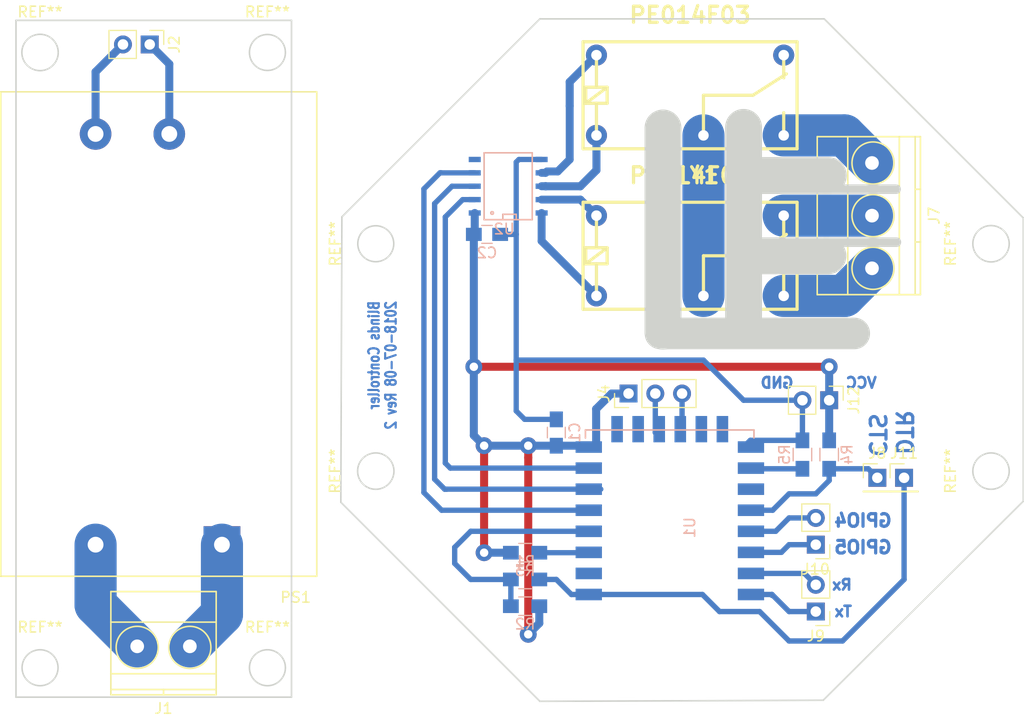
<source format=kicad_pcb>
(kicad_pcb (version 4) (host pcbnew 4.0.7)

  (general
    (links 42)
    (no_connects 0)
    (area 86.678999 67.524999 182.475001 132.475001)
    (thickness 1.6)
    (drawings 51)
    (tracks 134)
    (zones 0)
    (modules 29)
    (nets 37)
  )

  (page A4)
  (layers
    (0 F.Cu signal)
    (31 B.Cu signal)
    (32 B.Adhes user hide)
    (33 F.Adhes user hide)
    (34 B.Paste user hide)
    (35 F.Paste user hide)
    (36 B.SilkS user)
    (37 F.SilkS user)
    (38 B.Mask user hide)
    (39 F.Mask user hide)
    (40 Dwgs.User user hide)
    (41 Cmts.User user hide)
    (42 Eco1.User user hide)
    (43 Eco2.User user hide)
    (44 Edge.Cuts user)
    (45 Margin user hide)
    (46 B.CrtYd user hide)
    (47 F.CrtYd user hide)
    (48 B.Fab user hide)
    (49 F.Fab user hide)
  )

  (setup
    (last_trace_width 0.508)
    (user_trace_width 0.25)
    (user_trace_width 0.508)
    (user_trace_width 0.762)
    (user_trace_width 1)
    (user_trace_width 1.25)
    (user_trace_width 4)
    (user_trace_width 6)
    (user_trace_width 8)
    (trace_clearance 0.508)
    (zone_clearance 0.254)
    (zone_45_only yes)
    (trace_min 0.2)
    (segment_width 1)
    (edge_width 0.15)
    (via_size 1.2)
    (via_drill 0.8)
    (via_min_size 0.4)
    (via_min_drill 0.3)
    (uvia_size 0.3)
    (uvia_drill 0.1)
    (uvias_allowed no)
    (uvia_min_size 0.2)
    (uvia_min_drill 0.1)
    (pcb_text_width 0.3)
    (pcb_text_size 1.5 1.5)
    (mod_edge_width 0.15)
    (mod_text_size 1 1)
    (mod_text_width 0.15)
    (pad_size 0.508 1.143)
    (pad_drill 0)
    (pad_to_mask_clearance 0.2)
    (aux_axis_origin 0 0)
    (grid_origin 150 100)
    (visible_elements FFFFFF7F)
    (pcbplotparams
      (layerselection 0x00030_80000001)
      (usegerberextensions false)
      (excludeedgelayer true)
      (linewidth 0.100000)
      (plotframeref false)
      (viasonmask false)
      (mode 1)
      (useauxorigin false)
      (hpglpennumber 1)
      (hpglpenspeed 20)
      (hpglpendiameter 15)
      (hpglpenoverlay 2)
      (psnegative false)
      (psa4output false)
      (plotreference true)
      (plotvalue true)
      (plotinvisibletext false)
      (padsonsilk false)
      (subtractmaskfromsilk false)
      (outputformat 1)
      (mirror false)
      (drillshape 1)
      (scaleselection 1)
      (outputdirectory plots/))
  )

  (net 0 "")
  (net 1 /OUT1)
  (net 2 "Net-(J1-Pad1)")
  (net 3 "Net-(RLY1-Pad12)")
  (net 4 /OUT2)
  (net 5 /OUT3)
  (net 6 "Net-(J2-Pad1)")
  (net 7 "Net-(J2-Pad2)")
  (net 8 /OUT4)
  (net 9 "Net-(U1-Pad2)")
  (net 10 "Net-(U1-Pad17)")
  (net 11 "Net-(U1-Pad18)")
  (net 12 "Net-(U1-Pad21)")
  (net 13 "Net-(U1-Pad22)")
  (net 14 "Net-(J1-Pad2)")
  (net 15 "Net-(U2-Pad5)")
  (net 16 "Net-(RLY1-Pad11)")
  (net 17 /RXD)
  (net 18 /TXD)
  (net 19 /GPIO4)
  (net 20 /GPIO5)
  (net 21 /GPIO9)
  (net 22 /GPIO10)
  (net 23 /GPIO14)
  (net 24 /GPIO12)
  (net 25 /GPIO13)
  (net 26 /DTR)
  (net 27 /DRV_POW)
  (net 28 /DRV_DOWN)
  (net 29 /DRV_UP)
  (net 30 /WOES)
  (net 31 /LED)
  (net 32 /CTS)
  (net 33 VCC)
  (net 34 GND)
  (net 35 "Net-(R3-Pad2)")
  (net 36 "Net-(R5-Pad2)")

  (net_class Default "This is the default net class."
    (clearance 0.508)
    (trace_width 0.508)
    (via_dia 1.2)
    (via_drill 0.8)
    (uvia_dia 0.3)
    (uvia_drill 0.1)
    (add_net /CTS)
    (add_net /DTR)
    (add_net /GPIO10)
    (add_net /GPIO12)
    (add_net /GPIO13)
    (add_net /GPIO14)
    (add_net /GPIO4)
    (add_net /GPIO5)
    (add_net /GPIO9)
    (add_net /LED)
    (add_net /RXD)
    (add_net /TXD)
    (add_net /WOES)
    (add_net GND)
    (add_net "Net-(J1-Pad1)")
    (add_net "Net-(J1-Pad2)")
    (add_net "Net-(J2-Pad1)")
    (add_net "Net-(J2-Pad2)")
    (add_net "Net-(R3-Pad2)")
    (add_net "Net-(R5-Pad2)")
    (add_net "Net-(RLY1-Pad11)")
    (add_net "Net-(RLY1-Pad12)")
    (add_net "Net-(U1-Pad17)")
    (add_net "Net-(U1-Pad18)")
    (add_net "Net-(U1-Pad2)")
    (add_net "Net-(U1-Pad21)")
    (add_net "Net-(U1-Pad22)")
    (add_net "Net-(U2-Pad5)")
    (add_net VCC)
  )

  (net_class AC ""
    (clearance 3)
    (trace_width 4)
    (via_dia 1.2)
    (via_drill 0.8)
    (uvia_dia 0.3)
    (uvia_drill 0.1)
    (add_net /DRV_DOWN)
    (add_net /DRV_POW)
    (add_net /DRV_UP)
  )

  (net_class Power ""
    (clearance 0.508)
    (trace_width 0.762)
    (via_dia 1.2)
    (via_drill 0.8)
    (uvia_dia 0.3)
    (uvia_drill 0.1)
    (add_net /OUT1)
    (add_net /OUT2)
    (add_net /OUT3)
    (add_net /OUT4)
  )

  (module Mounting_Holes:MountingHole_3.2mm_M3_ISO7380 (layer F.Cu) (tedit 56D1B4CB) (tstamp 5B3553EE)
    (at 120.917 110.541 90)
    (descr "Mounting Hole 3.2mm, no annular, M3, ISO7380")
    (tags "mounting hole 3.2mm no annular m3 iso7380")
    (attr virtual)
    (fp_text reference REF** (at 0 -3.85 90) (layer F.SilkS)
      (effects (font (size 1 1) (thickness 0.15)))
    )
    (fp_text value MountingHole_3.2mm_M3_ISO7380 (at 0 3.85 90) (layer F.Fab)
      (effects (font (size 1 1) (thickness 0.15)))
    )
    (fp_text user %R (at 0.3 0 90) (layer F.Fab)
      (effects (font (size 1 1) (thickness 0.15)))
    )
    (fp_circle (center 0 0) (end 2.85 0) (layer Cmts.User) (width 0.15))
    (fp_circle (center 0 0) (end 3.1 0) (layer F.CrtYd) (width 0.05))
    (pad 1 np_thru_hole circle (at 0 0 90) (size 3.2 3.2) (drill 3.2) (layers *.Cu *.Mask))
  )

  (module Mounting_Holes:MountingHole_3.2mm_M3_ISO7380 (layer F.Cu) (tedit 56D1B4CB) (tstamp 5B3553E7)
    (at 179.337 88.951 90)
    (descr "Mounting Hole 3.2mm, no annular, M3, ISO7380")
    (tags "mounting hole 3.2mm no annular m3 iso7380")
    (attr virtual)
    (fp_text reference REF** (at 0 -3.85 90) (layer F.SilkS)
      (effects (font (size 1 1) (thickness 0.15)))
    )
    (fp_text value MountingHole_3.2mm_M3_ISO7380 (at 0 3.85 90) (layer F.Fab)
      (effects (font (size 1 1) (thickness 0.15)))
    )
    (fp_text user %R (at 0.3 0 90) (layer F.Fab)
      (effects (font (size 1 1) (thickness 0.15)))
    )
    (fp_circle (center 0 0) (end 2.85 0) (layer Cmts.User) (width 0.15))
    (fp_circle (center 0 0) (end 3.1 0) (layer F.CrtYd) (width 0.05))
    (pad 1 np_thru_hole circle (at 0 0 90) (size 3.2 3.2) (drill 3.2) (layers *.Cu *.Mask))
  )

  (module Mounting_Holes:MountingHole_3.2mm_M3_ISO7380 (layer F.Cu) (tedit 56D1B4CB) (tstamp 5B3553E3)
    (at 179.337 110.541 90)
    (descr "Mounting Hole 3.2mm, no annular, M3, ISO7380")
    (tags "mounting hole 3.2mm no annular m3 iso7380")
    (attr virtual)
    (fp_text reference REF** (at 0 -3.85 90) (layer F.SilkS)
      (effects (font (size 1 1) (thickness 0.15)))
    )
    (fp_text value MountingHole_3.2mm_M3_ISO7380 (at 0 3.85 90) (layer F.Fab)
      (effects (font (size 1 1) (thickness 0.15)))
    )
    (fp_text user %R (at 0.3 0 90) (layer F.Fab)
      (effects (font (size 1 1) (thickness 0.15)))
    )
    (fp_circle (center 0 0) (end 2.85 0) (layer Cmts.User) (width 0.15))
    (fp_circle (center 0 0) (end 3.1 0) (layer F.CrtYd) (width 0.05))
    (pad 1 np_thru_hole circle (at 0 0 90) (size 3.2 3.2) (drill 3.2) (layers *.Cu *.Mask))
  )

  (module Mounting_Holes:MountingHole_3.2mm_M3_ISO7380 (layer F.Cu) (tedit 56D1B4CB) (tstamp 5B3553DF)
    (at 120.917 88.951 90)
    (descr "Mounting Hole 3.2mm, no annular, M3, ISO7380")
    (tags "mounting hole 3.2mm no annular m3 iso7380")
    (attr virtual)
    (fp_text reference REF** (at 0 -3.85 90) (layer F.SilkS)
      (effects (font (size 1 1) (thickness 0.15)))
    )
    (fp_text value MountingHole_3.2mm_M3_ISO7380 (at 0 3.85 90) (layer F.Fab)
      (effects (font (size 1 1) (thickness 0.15)))
    )
    (fp_text user %R (at 0.3 0 90) (layer F.Fab)
      (effects (font (size 1 1) (thickness 0.15)))
    )
    (fp_circle (center 0 0) (end 2.85 0) (layer Cmts.User) (width 0.15))
    (fp_circle (center 0 0) (end 3.1 0) (layer F.CrtYd) (width 0.05))
    (pad 1 np_thru_hole circle (at 0 0 90) (size 3.2 3.2) (drill 3.2) (layers *.Cu *.Mask))
  )

  (module Pin_Headers:Pin_Header_Straight_1x01_Pitch2.54mm (layer F.Cu) (tedit 59650532) (tstamp 5B3002C4)
    (at 168.542 111.176)
    (descr "Through hole straight pin header, 1x01, 2.54mm pitch, single row")
    (tags "Through hole pin header THT 1x01 2.54mm single row")
    (path /5B3003EE)
    (fp_text reference J8 (at 0 -2.33) (layer F.SilkS)
      (effects (font (size 1 1) (thickness 0.15)))
    )
    (fp_text value CTS (at -0.254 2.54) (layer F.Fab)
      (effects (font (size 1 1) (thickness 0.15)))
    )
    (fp_line (start -0.635 -1.27) (end 1.27 -1.27) (layer F.Fab) (width 0.1))
    (fp_line (start 1.27 -1.27) (end 1.27 1.27) (layer F.Fab) (width 0.1))
    (fp_line (start 1.27 1.27) (end -1.27 1.27) (layer F.Fab) (width 0.1))
    (fp_line (start -1.27 1.27) (end -1.27 -0.635) (layer F.Fab) (width 0.1))
    (fp_line (start -1.27 -0.635) (end -0.635 -1.27) (layer F.Fab) (width 0.1))
    (fp_line (start -1.33 1.33) (end 1.33 1.33) (layer F.SilkS) (width 0.12))
    (fp_line (start -1.33 1.27) (end -1.33 1.33) (layer F.SilkS) (width 0.12))
    (fp_line (start 1.33 1.27) (end 1.33 1.33) (layer F.SilkS) (width 0.12))
    (fp_line (start -1.33 1.27) (end 1.33 1.27) (layer F.SilkS) (width 0.12))
    (fp_line (start -1.33 0) (end -1.33 -1.33) (layer F.SilkS) (width 0.12))
    (fp_line (start -1.33 -1.33) (end 0 -1.33) (layer F.SilkS) (width 0.12))
    (fp_line (start -1.8 -1.8) (end -1.8 1.8) (layer F.CrtYd) (width 0.05))
    (fp_line (start -1.8 1.8) (end 1.8 1.8) (layer F.CrtYd) (width 0.05))
    (fp_line (start 1.8 1.8) (end 1.8 -1.8) (layer F.CrtYd) (width 0.05))
    (fp_line (start 1.8 -1.8) (end -1.8 -1.8) (layer F.CrtYd) (width 0.05))
    (fp_text user %R (at 0 0 90) (layer F.Fab)
      (effects (font (size 1 1) (thickness 0.15)))
    )
    (pad 1 thru_hole rect (at 0 0) (size 1.7 1.7) (drill 1) (layers *.Cu *.Mask)
      (net 32 /CTS))
    (model ${KISYS3DMOD}/Pin_Headers.3dshapes/Pin_Header_Straight_1x01_Pitch2.54mm.wrl
      (at (xyz 0 0 0))
      (scale (xyz 1 1 1))
      (rotate (xyz 0 0 0))
    )
  )

  (module Pin_Headers:Pin_Header_Straight_1x01_Pitch2.54mm (layer F.Cu) (tedit 59650532) (tstamp 5B3002D5)
    (at 171.082 111.176)
    (descr "Through hole straight pin header, 1x01, 2.54mm pitch, single row")
    (tags "Through hole pin header THT 1x01 2.54mm single row")
    (path /5B300109)
    (fp_text reference J11 (at 0 -2.33) (layer F.SilkS)
      (effects (font (size 1 1) (thickness 0.15)))
    )
    (fp_text value DTR (at 0.254 2.54) (layer F.Fab)
      (effects (font (size 1 1) (thickness 0.15)))
    )
    (fp_line (start -0.635 -1.27) (end 1.27 -1.27) (layer F.Fab) (width 0.1))
    (fp_line (start 1.27 -1.27) (end 1.27 1.27) (layer F.Fab) (width 0.1))
    (fp_line (start 1.27 1.27) (end -1.27 1.27) (layer F.Fab) (width 0.1))
    (fp_line (start -1.27 1.27) (end -1.27 -0.635) (layer F.Fab) (width 0.1))
    (fp_line (start -1.27 -0.635) (end -0.635 -1.27) (layer F.Fab) (width 0.1))
    (fp_line (start -1.33 1.33) (end 1.33 1.33) (layer F.SilkS) (width 0.12))
    (fp_line (start -1.33 1.27) (end -1.33 1.33) (layer F.SilkS) (width 0.12))
    (fp_line (start 1.33 1.27) (end 1.33 1.33) (layer F.SilkS) (width 0.12))
    (fp_line (start -1.33 1.27) (end 1.33 1.27) (layer F.SilkS) (width 0.12))
    (fp_line (start -1.33 0) (end -1.33 -1.33) (layer F.SilkS) (width 0.12))
    (fp_line (start -1.33 -1.33) (end 0 -1.33) (layer F.SilkS) (width 0.12))
    (fp_line (start -1.8 -1.8) (end -1.8 1.8) (layer F.CrtYd) (width 0.05))
    (fp_line (start -1.8 1.8) (end 1.8 1.8) (layer F.CrtYd) (width 0.05))
    (fp_line (start 1.8 1.8) (end 1.8 -1.8) (layer F.CrtYd) (width 0.05))
    (fp_line (start 1.8 -1.8) (end -1.8 -1.8) (layer F.CrtYd) (width 0.05))
    (fp_text user %R (at 0 0 90) (layer F.Fab)
      (effects (font (size 1 1) (thickness 0.15)))
    )
    (pad 1 thru_hole rect (at 0 0) (size 1.7 1.7) (drill 1) (layers *.Cu *.Mask)
      (net 26 /DTR))
    (model ${KISYS3DMOD}/Pin_Headers.3dshapes/Pin_Header_Straight_1x01_Pitch2.54mm.wrl
      (at (xyz 0 0 0))
      (scale (xyz 1 1 1))
      (rotate (xyz 0 0 0))
    )
  )

  (module footprint:relay_PE (layer F.Cu) (tedit 54CD348D) (tstamp 5B2994AF)
    (at 150.762 74.854)
    (descr "relay, PE series")
    (path /5B296CB9)
    (fp_text reference RLY1 (at 0 7.62) (layer F.SilkS)
      (effects (font (thickness 0.3048)))
    )
    (fp_text value PE014F03 (at 0 -7.62) (layer F.SilkS)
      (effects (font (thickness 0.3048)))
    )
    (fp_line (start 5.969 0) (end 9.144 -2.032) (layer F.SilkS) (width 0.3048))
    (fp_line (start 8.89 -1.651) (end 8.89 -3.81) (layer F.SilkS) (width 0.3048))
    (fp_line (start 8.89 3.81) (end 8.89 1.651) (layer F.SilkS) (width 0.3048))
    (fp_line (start 1.27 3.81) (end 1.27 0) (layer F.SilkS) (width 0.3048))
    (fp_line (start 1.27 0) (end 5.969 0) (layer F.SilkS) (width 0.3048))
    (fp_line (start -8.89 3.81) (end -8.89 0.762) (layer F.SilkS) (width 0.3048))
    (fp_line (start -8.89 -3.81) (end -8.89 -0.762) (layer F.SilkS) (width 0.3048))
    (fp_line (start -9.906 0.762) (end -7.874 -0.762) (layer F.SilkS) (width 0.3048))
    (fp_line (start -9.906 -0.762) (end -7.874 -0.762) (layer F.SilkS) (width 0.3048))
    (fp_line (start -7.874 -0.762) (end -7.874 0.762) (layer F.SilkS) (width 0.3048))
    (fp_line (start -7.874 0.762) (end -9.906 0.762) (layer F.SilkS) (width 0.3048))
    (fp_line (start -9.906 0.762) (end -9.906 -0.762) (layer F.SilkS) (width 0.3048))
    (fp_line (start -10.16 -5.08) (end -10.16 5.08) (layer F.SilkS) (width 0.3048))
    (fp_line (start -10.16 5.08) (end 10.16 5.08) (layer F.SilkS) (width 0.3048))
    (fp_line (start 10.16 5.08) (end 10.16 -5.08) (layer F.SilkS) (width 0.3048))
    (fp_line (start 10.16 -5.08) (end -10.16 -5.08) (layer F.SilkS) (width 0.3048))
    (pad 1 thru_hole circle (at -8.89 3.81 180) (size 2 2) (drill 1) (layers *.Cu *.Mask)
      (net 5 /OUT3))
    (pad 11 thru_hole circle (at 1.27 3.81 180) (size 2 2) (drill 1) (layers *.Cu *.Mask)
      (net 16 "Net-(RLY1-Pad11)"))
    (pad 14 thru_hole circle (at 8.89 3.81 180) (size 2 2) (drill 1) (layers *.Cu *.Mask)
      (net 27 /DRV_POW))
    (pad 12 thru_hole circle (at 8.89 -3.81) (size 2 2) (drill 1) (layers *.Cu *.Mask)
      (net 3 "Net-(RLY1-Pad12)"))
    (pad 2 thru_hole circle (at -8.89 -3.81 180) (size 2 2) (drill 1) (layers *.Cu *.Mask)
      (net 8 /OUT4))
    (model ${KIPRJMOD}/packages3d/relay_PE.wrl
      (at (xyz 0 0 0))
      (scale (xyz 1 1 1))
      (rotate (xyz 0 0 0))
    )
  )

  (module footprints:relay_PE (layer F.Cu) (tedit 54CD348D) (tstamp 5B2994C8)
    (at 150.762 90.094)
    (descr "relay, PE series")
    (path /5B296CF7)
    (fp_text reference RLY2 (at 0 7.62) (layer F.SilkS)
      (effects (font (thickness 0.3048)))
    )
    (fp_text value PE014F03 (at 0 -7.62) (layer F.SilkS)
      (effects (font (thickness 0.3048)))
    )
    (fp_line (start 5.969 0) (end 9.144 -2.032) (layer F.SilkS) (width 0.3048))
    (fp_line (start 8.89 -1.651) (end 8.89 -3.81) (layer F.SilkS) (width 0.3048))
    (fp_line (start 8.89 3.81) (end 8.89 1.651) (layer F.SilkS) (width 0.3048))
    (fp_line (start 1.27 3.81) (end 1.27 0) (layer F.SilkS) (width 0.3048))
    (fp_line (start 1.27 0) (end 5.969 0) (layer F.SilkS) (width 0.3048))
    (fp_line (start -8.89 3.81) (end -8.89 0.762) (layer F.SilkS) (width 0.3048))
    (fp_line (start -8.89 -3.81) (end -8.89 -0.762) (layer F.SilkS) (width 0.3048))
    (fp_line (start -9.906 0.762) (end -7.874 -0.762) (layer F.SilkS) (width 0.3048))
    (fp_line (start -9.906 -0.762) (end -7.874 -0.762) (layer F.SilkS) (width 0.3048))
    (fp_line (start -7.874 -0.762) (end -7.874 0.762) (layer F.SilkS) (width 0.3048))
    (fp_line (start -7.874 0.762) (end -9.906 0.762) (layer F.SilkS) (width 0.3048))
    (fp_line (start -9.906 0.762) (end -9.906 -0.762) (layer F.SilkS) (width 0.3048))
    (fp_line (start -10.16 -5.08) (end -10.16 5.08) (layer F.SilkS) (width 0.3048))
    (fp_line (start -10.16 5.08) (end 10.16 5.08) (layer F.SilkS) (width 0.3048))
    (fp_line (start 10.16 5.08) (end 10.16 -5.08) (layer F.SilkS) (width 0.3048))
    (fp_line (start 10.16 -5.08) (end -10.16 -5.08) (layer F.SilkS) (width 0.3048))
    (pad 1 thru_hole circle (at -8.89 3.81 180) (size 2 2) (drill 1) (layers *.Cu *.Mask)
      (net 1 /OUT1))
    (pad 11 thru_hole circle (at 1.27 3.81 180) (size 2 2) (drill 1) (layers *.Cu *.Mask)
      (net 16 "Net-(RLY1-Pad11)"))
    (pad 14 thru_hole circle (at 8.89 3.81 180) (size 2 2) (drill 1) (layers *.Cu *.Mask)
      (net 28 /DRV_DOWN))
    (pad 12 thru_hole circle (at 8.89 -3.81) (size 2 2) (drill 1) (layers *.Cu *.Mask)
      (net 29 /DRV_UP))
    (pad 2 thru_hole circle (at -8.89 -3.81 180) (size 2 2) (drill 1) (layers *.Cu *.Mask)
      (net 4 /OUT2))
    (model ${KIPRJMOD}/packages3d/relay_PE.wrl
      (at (xyz 0 0 0))
      (scale (xyz 1 1 1))
      (rotate (xyz 0 0 0))
    )
  )

  (module footprints:ESP-12E_SMD (layer B.Cu) (tedit 58FB7FFE) (tstamp 5B2994F6)
    (at 141.842 122.256)
    (descr "Module, ESP-8266, ESP-12, 16 pad, SMD")
    (tags "Module ESP-8266 ESP8266")
    (path /5B298354)
    (fp_text reference U1 (at 8.89 -6.35 270) (layer B.SilkS)
      (effects (font (size 1 1) (thickness 0.15)) (justify mirror))
    )
    (fp_text value ESP-12E (at 5.08 -6.35 270) (layer B.Fab) hide
      (effects (font (size 1 1) (thickness 0.15)) (justify mirror))
    )
    (fp_line (start -2.25 0.5) (end -2.25 8.75) (layer B.CrtYd) (width 0.05))
    (fp_line (start -2.25 8.75) (end 15.25 8.75) (layer B.CrtYd) (width 0.05))
    (fp_line (start 15.25 8.75) (end 16.25 8.75) (layer B.CrtYd) (width 0.05))
    (fp_line (start 16.25 8.75) (end 16.25 -16) (layer B.CrtYd) (width 0.05))
    (fp_line (start 16.25 -16) (end -2.25 -16) (layer B.CrtYd) (width 0.05))
    (fp_line (start -2.25 -16) (end -2.25 0.5) (layer B.CrtYd) (width 0.05))
    (fp_line (start -1.016 8.382) (end 14.986 8.382) (layer B.CrtYd) (width 0.1524))
    (fp_line (start 14.986 8.382) (end 14.986 0.889) (layer B.CrtYd) (width 0.1524))
    (fp_line (start -1.016 8.382) (end -1.016 1.016) (layer B.CrtYd) (width 0.1524))
    (fp_line (start -1.016 -14.859) (end -1.016 -15.621) (layer B.SilkS) (width 0.1524))
    (fp_line (start -1.016 -15.621) (end 14.986 -15.621) (layer B.SilkS) (width 0.1524))
    (fp_line (start 14.986 -15.621) (end 14.986 -14.859) (layer B.SilkS) (width 0.1524))
    (fp_line (start 14.992 8.4) (end -1.008 2.6) (layer B.CrtYd) (width 0.1524))
    (fp_line (start -1.008 8.4) (end 14.992 2.6) (layer B.CrtYd) (width 0.1524))
    (fp_text user "No Copper" (at 6.892 5.4) (layer B.CrtYd)
      (effects (font (size 1 1) (thickness 0.15)) (justify mirror))
    )
    (fp_line (start -1.008 2.6) (end 14.992 2.6) (layer B.CrtYd) (width 0.1524))
    (fp_line (start 15 8.4) (end 15 -15.6) (layer B.Fab) (width 0.05))
    (fp_line (start 14.992 -15.6) (end -1.008 -15.6) (layer B.Fab) (width 0.05))
    (fp_line (start -1.008 -15.6) (end -1.008 8.4) (layer B.Fab) (width 0.05))
    (fp_line (start -1.008 8.4) (end 14.992 8.4) (layer B.Fab) (width 0.05))
    (pad 1 smd rect (at 0 0) (size 2.5 1.1) (drill (offset -0.7 0)) (layers B.Cu B.Paste B.Mask)
      (net 26 /DTR))
    (pad 2 smd rect (at 0 -2) (size 2.5 1.1) (drill (offset -0.7 0)) (layers B.Cu B.Paste B.Mask)
      (net 9 "Net-(U1-Pad2)"))
    (pad 3 smd rect (at 0 -4) (size 2.5 1.1) (drill (offset -0.7 0)) (layers B.Cu B.Paste B.Mask)
      (net 35 "Net-(R3-Pad2)"))
    (pad 4 smd rect (at 0 -6) (size 2.5 1.1) (drill (offset -0.7 0)) (layers B.Cu B.Paste B.Mask)
      (net 30 /WOES))
    (pad 5 smd rect (at 0 -8) (size 2.5 1.1) (drill (offset -0.7 0)) (layers B.Cu B.Paste B.Mask)
      (net 23 /GPIO14))
    (pad 6 smd rect (at 0 -10) (size 2.5 1.1) (drill (offset -0.7 0)) (layers B.Cu B.Paste B.Mask)
      (net 24 /GPIO12))
    (pad 7 smd rect (at 0 -12) (size 2.5 1.1) (drill (offset -0.7 0)) (layers B.Cu B.Paste B.Mask)
      (net 25 /GPIO13))
    (pad 8 smd rect (at 0 -14) (size 2.5 1.1) (drill (offset -0.7 0)) (layers B.Cu B.Paste B.Mask)
      (net 33 VCC))
    (pad 9 smd rect (at 14 -14) (size 2.5 1.1) (drill (offset 0.7 0)) (layers B.Cu B.Paste B.Mask)
      (net 34 GND))
    (pad 10 smd rect (at 14 -12) (size 2.5 1.1) (drill (offset 0.7 0)) (layers B.Cu B.Paste B.Mask)
      (net 36 "Net-(R5-Pad2)"))
    (pad 11 smd rect (at 14 -10) (size 2.5 1.1) (drill (offset 0.7 0)) (layers B.Cu B.Paste B.Mask)
      (net 31 /LED))
    (pad 12 smd rect (at 14 -8) (size 2.5 1.1) (drill (offset 0.7 0)) (layers B.Cu B.Paste B.Mask)
      (net 32 /CTS))
    (pad 13 smd rect (at 14 -6) (size 2.5 1.1) (drill (offset 0.7 0)) (layers B.Cu B.Paste B.Mask)
      (net 19 /GPIO4))
    (pad 14 smd rect (at 14 -4) (size 2.5 1.1) (drill (offset 0.7 0)) (layers B.Cu B.Paste B.Mask)
      (net 20 /GPIO5))
    (pad 15 smd rect (at 14 -2) (size 2.5 1.1) (drill (offset 0.7 0)) (layers B.Cu B.Paste B.Mask)
      (net 17 /RXD))
    (pad 16 smd rect (at 14 0) (size 2.5 1.1) (drill (offset 0.7 0)) (layers B.Cu B.Paste B.Mask)
      (net 18 /TXD))
    (pad 17 smd rect (at 1.99 -15 270) (size 2.5 1.1) (drill (offset -0.7 0)) (layers B.Cu B.Paste B.Mask)
      (net 10 "Net-(U1-Pad17)"))
    (pad 18 smd rect (at 3.99 -15 270) (size 2.5 1.1) (drill (offset -0.7 0)) (layers B.Cu B.Paste B.Mask)
      (net 11 "Net-(U1-Pad18)"))
    (pad 19 smd rect (at 5.99 -15 270) (size 2.5 1.1) (drill (offset -0.7 0)) (layers B.Cu B.Paste B.Mask)
      (net 21 /GPIO9))
    (pad 20 smd rect (at 7.99 -15 270) (size 2.5 1.1) (drill (offset -0.7 0)) (layers B.Cu B.Paste B.Mask)
      (net 22 /GPIO10))
    (pad 21 smd rect (at 9.99 -15 270) (size 2.5 1.1) (drill (offset -0.7 0)) (layers B.Cu B.Paste B.Mask)
      (net 12 "Net-(U1-Pad21)"))
    (pad 22 smd rect (at 11.99 -15 270) (size 2.5 1.1) (drill (offset -0.7 0)) (layers B.Cu B.Paste B.Mask)
      (net 13 "Net-(U1-Pad22)"))
    (model ${KIPRJMOD}/packages3d/ESP-12.wrl
      (at (xyz 0 0 0))
      (scale (xyz 0.3937 0.3937 0.3937))
      (rotate (xyz 0 0 0))
    )
  )

  (module footprints:VTX-214-006 (layer F.Cu) (tedit 5B26DAD9) (tstamp 5B299D0A)
    (at 105.312 100.526 90)
    (path /5B296C65)
    (fp_text reference PS1 (at -22 8 180) (layer F.SilkS)
      (effects (font (size 1 1) (thickness 0.15)))
    )
    (fp_text value VTX-214-006 (at 28 4 180) (layer F.Fab)
      (effects (font (size 1 1) (thickness 0.15)))
    )
    (fp_line (start 26 10) (end -20 10) (layer F.SilkS) (width 0.15))
    (fp_line (start 26 -20) (end 26 10) (layer F.SilkS) (width 0.15))
    (fp_line (start -20 -20) (end 26 -20) (layer F.SilkS) (width 0.15))
    (fp_line (start -20 10) (end -20 -20) (layer F.SilkS) (width 0.15))
    (pad 1 thru_hole rect (at -17 1 180) (size 3.5 3.5) (drill 1.5) (layers *.Cu *.Mask)
      (net 14 "Net-(J1-Pad2)"))
    (pad 2 thru_hole circle (at -17 -11 90) (size 3.5 3.5) (drill 1.5) (layers *.Cu *.Mask)
      (net 2 "Net-(J1-Pad1)"))
    (pad 3 thru_hole circle (at 22 -11 90) (size 3 3) (drill 1.5) (layers *.Cu *.Mask)
      (net 7 "Net-(J2-Pad2)"))
    (pad 4 thru_hole circle (at 22 -4 90) (size 3 3) (drill 1.5) (layers *.Cu *.Mask)
      (net 6 "Net-(J2-Pad1)"))
  )

  (module footprints:LB1909MC_W (layer B.Cu) (tedit 5B298A94) (tstamp 5B2AB78A)
    (at 133.236 82.982)
    (descr "LB1909MC Stepping Motor Driver IC")
    (path /5B296D31)
    (attr smd)
    (fp_text reference U2 (at -0.127 4.572) (layer B.SilkS)
      (effects (font (size 1 1) (thickness 0.15)) (justify mirror))
    )
    (fp_text value LB1909MC (at 0.254 -3.683) (layer B.Fab)
      (effects (font (size 1 1) (thickness 0.15)) (justify mirror))
    )
    (fp_circle (center -1.27 3.048) (end -1.27 2.921) (layer B.SilkS) (width 0.15))
    (fp_line (start 2.54 3.683) (end 2.54 -2.667) (layer B.SilkS) (width 0.15))
    (fp_line (start 2.54 -2.667) (end -2.032 -2.667) (layer B.SilkS) (width 0.15))
    (fp_line (start -2.032 -2.667) (end -2.032 3.683) (layer B.SilkS) (width 0.15))
    (fp_line (start -2.032 3.683) (end 2.54 3.683) (layer B.SilkS) (width 0.15))
    (fp_line (start 1.016 3.683) (end 1.016 3.175) (layer B.SilkS) (width 0.15))
    (fp_line (start 1.016 3.175) (end -0.254 3.175) (layer B.SilkS) (width 0.15))
    (fp_line (start -0.254 3.175) (end -0.254 3.683) (layer B.SilkS) (width 0.15))
    (pad 9 smd rect (at 3.429 1.778 90) (size 0.508 1.143) (layers B.Cu B.Paste B.Mask)
      (net 4 /OUT2))
    (pad 7 smd rect (at 3.429 -0.762 90) (size 0.508 1.143) (layers B.Cu B.Paste B.Mask)
      (net 8 /OUT4))
    (pad 6 smd rect (at 3.429 -2.032 90) (size 0.508 1.143) (layers B.Cu B.Paste B.Mask)
      (net 34 GND))
    (pad 5 smd rect (at -2.921 -2.032 90) (size 0.508 1.143) (layers B.Cu B.Paste B.Mask)
      (net 15 "Net-(U2-Pad5)"))
    (pad 4 smd rect (at -2.921 -0.762 90) (size 0.508 1.143) (layers B.Cu B.Paste B.Mask)
      (net 23 /GPIO14))
    (pad 3 smd rect (at -2.921 0.508 90) (size 0.508 1.143) (layers B.Cu B.Paste B.Mask)
      (net 24 /GPIO12))
    (pad 2 smd rect (at -2.921 1.778 90) (size 0.508 1.143) (layers B.Cu B.Paste B.Mask)
      (net 25 /GPIO13))
    (pad 1 smd rect (at -2.921 3.048 90) (size 0.508 1.143) (layers B.Cu B.Paste B.Mask)
      (net 33 VCC))
    (pad 8 smd rect (at 3.429 0.508 90) (size 0.508 1.143) (layers B.Cu B.Paste B.Mask)
      (net 5 /OUT3))
    (pad 10 smd rect (at 3.429 3.048 90) (size 0.508 1.143) (layers B.Cu B.Paste B.Mask)
      (net 1 /OUT1))
  )

  (module Capacitors_SMD:C_0805_HandSoldering (layer B.Cu) (tedit 58AA84A8) (tstamp 5B2D7220)
    (at 138.062 106.878 90)
    (descr "Capacitor SMD 0805, hand soldering")
    (tags "capacitor 0805")
    (path /5B2D7E4F)
    (attr smd)
    (fp_text reference C1 (at 0 1.75 90) (layer B.SilkS)
      (effects (font (size 1 1) (thickness 0.15)) (justify mirror))
    )
    (fp_text value 100nF (at 0 -1.75 90) (layer B.Fab)
      (effects (font (size 1 1) (thickness 0.15)) (justify mirror))
    )
    (fp_text user %R (at 0 1.75 90) (layer B.Fab)
      (effects (font (size 1 1) (thickness 0.15)) (justify mirror))
    )
    (fp_line (start -1 -0.62) (end -1 0.62) (layer B.Fab) (width 0.1))
    (fp_line (start 1 -0.62) (end -1 -0.62) (layer B.Fab) (width 0.1))
    (fp_line (start 1 0.62) (end 1 -0.62) (layer B.Fab) (width 0.1))
    (fp_line (start -1 0.62) (end 1 0.62) (layer B.Fab) (width 0.1))
    (fp_line (start 0.5 0.85) (end -0.5 0.85) (layer B.SilkS) (width 0.12))
    (fp_line (start -0.5 -0.85) (end 0.5 -0.85) (layer B.SilkS) (width 0.12))
    (fp_line (start -2.25 0.88) (end 2.25 0.88) (layer B.CrtYd) (width 0.05))
    (fp_line (start -2.25 0.88) (end -2.25 -0.87) (layer B.CrtYd) (width 0.05))
    (fp_line (start 2.25 -0.87) (end 2.25 0.88) (layer B.CrtYd) (width 0.05))
    (fp_line (start 2.25 -0.87) (end -2.25 -0.87) (layer B.CrtYd) (width 0.05))
    (pad 1 smd rect (at -1.25 0 90) (size 1.5 1.25) (layers B.Cu B.Paste B.Mask)
      (net 33 VCC))
    (pad 2 smd rect (at 1.25 0 90) (size 1.5 1.25) (layers B.Cu B.Paste B.Mask)
      (net 34 GND))
    (model Capacitors_SMD.3dshapes/C_0805.wrl
      (at (xyz 0 0 0))
      (scale (xyz 1 1 1))
      (rotate (xyz 0 0 0))
    )
  )

  (module Pin_Headers:Pin_Header_Straight_1x03_Pitch2.54mm (layer F.Cu) (tedit 59650532) (tstamp 5B2D750F)
    (at 144.92 103.175 90)
    (descr "Through hole straight pin header, 1x03, 2.54mm pitch, single row")
    (tags "Through hole pin header THT 1x03 2.54mm single row")
    (path /5B2D8A84)
    (fp_text reference J4 (at 0 -2.33 90) (layer F.SilkS)
      (effects (font (size 1 1) (thickness 0.15)))
    )
    (fp_text value SWITCH (at 2.794 2.286 360) (layer F.Fab)
      (effects (font (size 1 1) (thickness 0.15)))
    )
    (fp_line (start -0.635 -1.27) (end 1.27 -1.27) (layer F.Fab) (width 0.1))
    (fp_line (start 1.27 -1.27) (end 1.27 6.35) (layer F.Fab) (width 0.1))
    (fp_line (start 1.27 6.35) (end -1.27 6.35) (layer F.Fab) (width 0.1))
    (fp_line (start -1.27 6.35) (end -1.27 -0.635) (layer F.Fab) (width 0.1))
    (fp_line (start -1.27 -0.635) (end -0.635 -1.27) (layer F.Fab) (width 0.1))
    (fp_line (start -1.33 6.41) (end 1.33 6.41) (layer F.SilkS) (width 0.12))
    (fp_line (start -1.33 1.27) (end -1.33 6.41) (layer F.SilkS) (width 0.12))
    (fp_line (start 1.33 1.27) (end 1.33 6.41) (layer F.SilkS) (width 0.12))
    (fp_line (start -1.33 1.27) (end 1.33 1.27) (layer F.SilkS) (width 0.12))
    (fp_line (start -1.33 0) (end -1.33 -1.33) (layer F.SilkS) (width 0.12))
    (fp_line (start -1.33 -1.33) (end 0 -1.33) (layer F.SilkS) (width 0.12))
    (fp_line (start -1.8 -1.8) (end -1.8 6.85) (layer F.CrtYd) (width 0.05))
    (fp_line (start -1.8 6.85) (end 1.8 6.85) (layer F.CrtYd) (width 0.05))
    (fp_line (start 1.8 6.85) (end 1.8 -1.8) (layer F.CrtYd) (width 0.05))
    (fp_line (start 1.8 -1.8) (end -1.8 -1.8) (layer F.CrtYd) (width 0.05))
    (fp_text user %R (at 0 2.54 180) (layer F.Fab)
      (effects (font (size 1 1) (thickness 0.15)))
    )
    (pad 1 thru_hole rect (at 0 0 90) (size 1.7 1.7) (drill 1) (layers *.Cu *.Mask)
      (net 33 VCC))
    (pad 2 thru_hole oval (at 0 2.54 90) (size 1.7 1.7) (drill 1) (layers *.Cu *.Mask)
      (net 21 /GPIO9))
    (pad 3 thru_hole oval (at 0 5.08 90) (size 1.7 1.7) (drill 1) (layers *.Cu *.Mask)
      (net 22 /GPIO10))
    (model ${KISYS3DMOD}/Pin_Headers.3dshapes/Pin_Header_Straight_1x03_Pitch2.54mm.wrl
      (at (xyz 0 0 0))
      (scale (xyz 1 1 1))
      (rotate (xyz 0 0 0))
    )
  )

  (module Connectors_Terminal_Blocks:TerminalBlock_Pheonix_MKDS1.5-3pol (layer F.Cu) (tedit 5630081E) (tstamp 5B2FBCFC)
    (at 168.034 91.284 90)
    (descr "3-way 5mm pitch terminal block, Phoenix MKDS series")
    (path /5B2FB0D6)
    (fp_text reference J7 (at 5 5.9 90) (layer F.SilkS)
      (effects (font (size 1 1) (thickness 0.15)))
    )
    (fp_text value DRIVE (at -0.08 6.096 90) (layer F.Fab)
      (effects (font (size 1 1) (thickness 0.15)))
    )
    (fp_line (start -2.7 4.8) (end -2.7 -5.4) (layer F.CrtYd) (width 0.05))
    (fp_line (start 12.7 4.8) (end -2.7 4.8) (layer F.CrtYd) (width 0.05))
    (fp_line (start 12.7 -5.4) (end 12.7 4.8) (layer F.CrtYd) (width 0.05))
    (fp_line (start -2.7 -5.4) (end 12.7 -5.4) (layer F.CrtYd) (width 0.05))
    (fp_circle (center 10 0.1) (end 8 0.1) (layer F.SilkS) (width 0.15))
    (fp_line (start 7.5 4.1) (end 7.5 4.6) (layer F.SilkS) (width 0.15))
    (fp_line (start 2.5 4.1) (end 2.5 4.6) (layer F.SilkS) (width 0.15))
    (fp_circle (center 5 0.1) (end 3 0.1) (layer F.SilkS) (width 0.15))
    (fp_circle (center 0 0.1) (end 2 0.1) (layer F.SilkS) (width 0.15))
    (fp_line (start -2.5 2.6) (end 12.5 2.6) (layer F.SilkS) (width 0.15))
    (fp_line (start -2.5 -2.3) (end 12.5 -2.3) (layer F.SilkS) (width 0.15))
    (fp_line (start -2.5 4.1) (end 12.5 4.1) (layer F.SilkS) (width 0.15))
    (fp_line (start -2.5 4.6) (end 12.5 4.6) (layer F.SilkS) (width 0.15))
    (fp_line (start 12.5 4.6) (end 12.5 -5.2) (layer F.SilkS) (width 0.15))
    (fp_line (start 12.5 -5.2) (end -2.5 -5.2) (layer F.SilkS) (width 0.15))
    (fp_line (start -2.5 -5.2) (end -2.5 4.6) (layer F.SilkS) (width 0.15))
    (pad 3 thru_hole circle (at 10 0 90) (size 2.5 2.5) (drill 1.3) (layers *.Cu *.Mask)
      (net 27 /DRV_POW))
    (pad 1 thru_hole rect (at 0 0 90) (size 2.5 2.5) (drill 1.3) (layers *.Cu *.Mask)
      (net 28 /DRV_DOWN))
    (pad 2 thru_hole circle (at 5 0 90) (size 2.5 2.5) (drill 1.3) (layers *.Cu *.Mask)
      (net 29 /DRV_UP))
    (model Terminal_Blocks.3dshapes/TerminalBlock_Pheonix_MKDS1.5-3pol.wrl
      (at (xyz 0.1968 0 0))
      (scale (xyz 1 1 1))
      (rotate (xyz 0 0 0))
    )
  )

  (module Connectors_Terminal_Blocks:TerminalBlock_Pheonix_MKDS1.5-2pol (layer F.Cu) (tedit 563007E4) (tstamp 5B2FC51A)
    (at 98.264 127.178)
    (descr "2-way 5mm pitch terminal block, Phoenix MKDS series")
    (path /5B297823)
    (fp_text reference J1 (at 2.5 5.9) (layer F.SilkS)
      (effects (font (size 1 1) (thickness 0.15)))
    )
    (fp_text value AC (at 9.318 0) (layer F.Fab)
      (effects (font (size 1 1) (thickness 0.15)))
    )
    (fp_line (start -2.7 -5.4) (end 7.7 -5.4) (layer F.CrtYd) (width 0.05))
    (fp_line (start -2.7 4.8) (end -2.7 -5.4) (layer F.CrtYd) (width 0.05))
    (fp_line (start 7.7 4.8) (end -2.7 4.8) (layer F.CrtYd) (width 0.05))
    (fp_line (start 7.7 -5.4) (end 7.7 4.8) (layer F.CrtYd) (width 0.05))
    (fp_line (start 2.5 4.1) (end 2.5 4.6) (layer F.SilkS) (width 0.15))
    (fp_circle (center 5 0.1) (end 3 0.1) (layer F.SilkS) (width 0.15))
    (fp_circle (center 0 0.1) (end 2 0.1) (layer F.SilkS) (width 0.15))
    (fp_line (start -2.5 2.6) (end 7.5 2.6) (layer F.SilkS) (width 0.15))
    (fp_line (start -2.5 -2.3) (end 7.5 -2.3) (layer F.SilkS) (width 0.15))
    (fp_line (start -2.5 4.1) (end 7.5 4.1) (layer F.SilkS) (width 0.15))
    (fp_line (start -2.5 4.6) (end 7.5 4.6) (layer F.SilkS) (width 0.15))
    (fp_line (start 7.5 4.6) (end 7.5 -5.2) (layer F.SilkS) (width 0.15))
    (fp_line (start 7.5 -5.2) (end -2.5 -5.2) (layer F.SilkS) (width 0.15))
    (fp_line (start -2.5 -5.2) (end -2.5 4.6) (layer F.SilkS) (width 0.15))
    (pad 1 thru_hole rect (at 0 0) (size 2.5 2.5) (drill 1.3) (layers *.Cu *.Mask)
      (net 2 "Net-(J1-Pad1)"))
    (pad 2 thru_hole circle (at 5 0) (size 2.5 2.5) (drill 1.3) (layers *.Cu *.Mask)
      (net 14 "Net-(J1-Pad2)"))
    (model Terminal_Blocks.3dshapes/TerminalBlock_Pheonix_MKDS1.5-2pol.wrl
      (at (xyz 0.0984 0 0))
      (scale (xyz 1 1 1))
      (rotate (xyz 0 0 0))
    )
  )

  (module Pin_Headers:Pin_Header_Straight_1x02_Pitch2.54mm (layer F.Cu) (tedit 59650532) (tstamp 5B2FC520)
    (at 99.454 70.028 270)
    (descr "Through hole straight pin header, 1x02, 2.54mm pitch, single row")
    (tags "Through hole pin header THT 1x02 2.54mm single row")
    (path /5B2FCAA9)
    (fp_text reference J2 (at 0 -2.33 270) (layer F.SilkS)
      (effects (font (size 1 1) (thickness 0.15)))
    )
    (fp_text value DC (at 0 4.87 270) (layer F.Fab)
      (effects (font (size 1 1) (thickness 0.15)))
    )
    (fp_line (start -0.635 -1.27) (end 1.27 -1.27) (layer F.Fab) (width 0.1))
    (fp_line (start 1.27 -1.27) (end 1.27 3.81) (layer F.Fab) (width 0.1))
    (fp_line (start 1.27 3.81) (end -1.27 3.81) (layer F.Fab) (width 0.1))
    (fp_line (start -1.27 3.81) (end -1.27 -0.635) (layer F.Fab) (width 0.1))
    (fp_line (start -1.27 -0.635) (end -0.635 -1.27) (layer F.Fab) (width 0.1))
    (fp_line (start -1.33 3.87) (end 1.33 3.87) (layer F.SilkS) (width 0.12))
    (fp_line (start -1.33 1.27) (end -1.33 3.87) (layer F.SilkS) (width 0.12))
    (fp_line (start 1.33 1.27) (end 1.33 3.87) (layer F.SilkS) (width 0.12))
    (fp_line (start -1.33 1.27) (end 1.33 1.27) (layer F.SilkS) (width 0.12))
    (fp_line (start -1.33 0) (end -1.33 -1.33) (layer F.SilkS) (width 0.12))
    (fp_line (start -1.33 -1.33) (end 0 -1.33) (layer F.SilkS) (width 0.12))
    (fp_line (start -1.8 -1.8) (end -1.8 4.35) (layer F.CrtYd) (width 0.05))
    (fp_line (start -1.8 4.35) (end 1.8 4.35) (layer F.CrtYd) (width 0.05))
    (fp_line (start 1.8 4.35) (end 1.8 -1.8) (layer F.CrtYd) (width 0.05))
    (fp_line (start 1.8 -1.8) (end -1.8 -1.8) (layer F.CrtYd) (width 0.05))
    (fp_text user %R (at 0 1.27 360) (layer F.Fab)
      (effects (font (size 1 1) (thickness 0.15)))
    )
    (pad 1 thru_hole rect (at 0 0 270) (size 1.7 1.7) (drill 1) (layers *.Cu *.Mask)
      (net 6 "Net-(J2-Pad1)"))
    (pad 2 thru_hole oval (at 0 2.54 270) (size 1.7 1.7) (drill 1) (layers *.Cu *.Mask)
      (net 7 "Net-(J2-Pad2)"))
    (model ${KISYS3DMOD}/Pin_Headers.3dshapes/Pin_Header_Straight_1x02_Pitch2.54mm.wrl
      (at (xyz 0 0 0))
      (scale (xyz 1 1 1))
      (rotate (xyz 0 0 0))
    )
  )

  (module Pin_Headers:Pin_Header_Straight_1x02_Pitch2.54mm (layer F.Cu) (tedit 59650532) (tstamp 5B3002CA)
    (at 162.7 123.876 180)
    (descr "Through hole straight pin header, 1x02, 2.54mm pitch, single row")
    (tags "Through hole pin header THT 1x02 2.54mm single row")
    (path /5B300250)
    (fp_text reference J9 (at 0 -2.33 180) (layer F.SilkS)
      (effects (font (size 1 1) (thickness 0.15)))
    )
    (fp_text value SERIAL (at -2.794 1.27 270) (layer F.Fab)
      (effects (font (size 1 1) (thickness 0.15)))
    )
    (fp_line (start -0.635 -1.27) (end 1.27 -1.27) (layer F.Fab) (width 0.1))
    (fp_line (start 1.27 -1.27) (end 1.27 3.81) (layer F.Fab) (width 0.1))
    (fp_line (start 1.27 3.81) (end -1.27 3.81) (layer F.Fab) (width 0.1))
    (fp_line (start -1.27 3.81) (end -1.27 -0.635) (layer F.Fab) (width 0.1))
    (fp_line (start -1.27 -0.635) (end -0.635 -1.27) (layer F.Fab) (width 0.1))
    (fp_line (start -1.33 3.87) (end 1.33 3.87) (layer F.SilkS) (width 0.12))
    (fp_line (start -1.33 1.27) (end -1.33 3.87) (layer F.SilkS) (width 0.12))
    (fp_line (start 1.33 1.27) (end 1.33 3.87) (layer F.SilkS) (width 0.12))
    (fp_line (start -1.33 1.27) (end 1.33 1.27) (layer F.SilkS) (width 0.12))
    (fp_line (start -1.33 0) (end -1.33 -1.33) (layer F.SilkS) (width 0.12))
    (fp_line (start -1.33 -1.33) (end 0 -1.33) (layer F.SilkS) (width 0.12))
    (fp_line (start -1.8 -1.8) (end -1.8 4.35) (layer F.CrtYd) (width 0.05))
    (fp_line (start -1.8 4.35) (end 1.8 4.35) (layer F.CrtYd) (width 0.05))
    (fp_line (start 1.8 4.35) (end 1.8 -1.8) (layer F.CrtYd) (width 0.05))
    (fp_line (start 1.8 -1.8) (end -1.8 -1.8) (layer F.CrtYd) (width 0.05))
    (fp_text user %R (at 2.286 1.524 270) (layer F.Fab)
      (effects (font (size 1 1) (thickness 0.15)))
    )
    (pad 1 thru_hole rect (at 0 0 180) (size 1.7 1.7) (drill 1) (layers *.Cu *.Mask)
      (net 18 /TXD))
    (pad 2 thru_hole oval (at 0 2.54 180) (size 1.7 1.7) (drill 1) (layers *.Cu *.Mask)
      (net 17 /RXD))
    (model ${KISYS3DMOD}/Pin_Headers.3dshapes/Pin_Header_Straight_1x02_Pitch2.54mm.wrl
      (at (xyz 0 0 0))
      (scale (xyz 1 1 1))
      (rotate (xyz 0 0 0))
    )
  )

  (module Pin_Headers:Pin_Header_Straight_1x02_Pitch2.54mm (layer F.Cu) (tedit 5B3294F1) (tstamp 5B3002D0)
    (at 162.7 117.526 180)
    (descr "Through hole straight pin header, 1x02, 2.54mm pitch, single row")
    (tags "Through hole pin header THT 1x02 2.54mm single row")
    (path /5B301CA0)
    (fp_text reference J10 (at 0 -2.33 180) (layer F.SilkS)
      (effects (font (size 1 1) (thickness 0.15)))
    )
    (fp_text value DC (at 0 4.87 180) (layer F.Fab)
      (effects (font (size 1 1) (thickness 0.15)))
    )
    (fp_line (start -0.635 -1.27) (end 1.27 -1.27) (layer F.Fab) (width 0.1))
    (fp_line (start 1.27 -1.27) (end 1.27 3.81) (layer F.Fab) (width 0.1))
    (fp_line (start 1.27 3.81) (end -1.27 3.81) (layer F.Fab) (width 0.1))
    (fp_line (start -1.27 3.81) (end -1.27 -0.635) (layer F.Fab) (width 0.1))
    (fp_line (start -1.27 -0.635) (end -0.635 -1.27) (layer F.Fab) (width 0.1))
    (fp_line (start -1.33 3.87) (end 1.33 3.87) (layer F.SilkS) (width 0.12))
    (fp_line (start -1.33 1.27) (end -1.33 3.87) (layer F.SilkS) (width 0.12))
    (fp_line (start 1.33 1.27) (end 1.33 3.87) (layer F.SilkS) (width 0.12))
    (fp_line (start -1.33 1.27) (end 1.33 1.27) (layer F.SilkS) (width 0.12))
    (fp_line (start -1.33 0) (end -1.33 -1.33) (layer F.SilkS) (width 0.12))
    (fp_line (start -1.33 -1.33) (end 0 -1.33) (layer F.SilkS) (width 0.12))
    (fp_line (start -1.8 -1.8) (end -1.8 4.35) (layer F.CrtYd) (width 0.05))
    (fp_line (start -1.8 4.35) (end 1.8 4.35) (layer F.CrtYd) (width 0.05))
    (fp_line (start 1.8 4.35) (end 1.8 -1.8) (layer F.CrtYd) (width 0.05))
    (fp_line (start 1.8 -1.8) (end -1.8 -1.8) (layer F.CrtYd) (width 0.05))
    (fp_text user %R (at 2.286 0 270) (layer F.Fab)
      (effects (font (size 1 1) (thickness 0.15)))
    )
    (pad 1 thru_hole rect (at 0 0 180) (size 1.7 1.7) (drill 1) (layers *.Cu *.Mask)
      (net 20 /GPIO5))
    (pad 2 thru_hole oval (at 0 2.54 180) (size 1.7 1.7) (drill 1) (layers *.Cu *.Mask)
      (net 19 /GPIO4))
    (model ${KISYS3DMOD}/Pin_Headers.3dshapes/Pin_Header_Straight_1x02_Pitch2.54mm.wrl
      (at (xyz 0 0 0))
      (scale (xyz 1 1 1))
      (rotate (xyz 0 0 0))
    )
  )

  (module Pin_Headers:Pin_Header_Straight_1x02_Pitch2.54mm (layer F.Cu) (tedit 59650532) (tstamp 5B3002DB)
    (at 163.97 103.81 270)
    (descr "Through hole straight pin header, 1x02, 2.54mm pitch, single row")
    (tags "Through hole pin header THT 1x02 2.54mm single row")
    (path /5B3014F8)
    (fp_text reference J12 (at 0 -2.33 270) (layer F.SilkS)
      (effects (font (size 1 1) (thickness 0.15)))
    )
    (fp_text value DC (at 0 4.87 270) (layer F.Fab)
      (effects (font (size 1 1) (thickness 0.15)))
    )
    (fp_line (start -0.635 -1.27) (end 1.27 -1.27) (layer F.Fab) (width 0.1))
    (fp_line (start 1.27 -1.27) (end 1.27 3.81) (layer F.Fab) (width 0.1))
    (fp_line (start 1.27 3.81) (end -1.27 3.81) (layer F.Fab) (width 0.1))
    (fp_line (start -1.27 3.81) (end -1.27 -0.635) (layer F.Fab) (width 0.1))
    (fp_line (start -1.27 -0.635) (end -0.635 -1.27) (layer F.Fab) (width 0.1))
    (fp_line (start -1.33 3.87) (end 1.33 3.87) (layer F.SilkS) (width 0.12))
    (fp_line (start -1.33 1.27) (end -1.33 3.87) (layer F.SilkS) (width 0.12))
    (fp_line (start 1.33 1.27) (end 1.33 3.87) (layer F.SilkS) (width 0.12))
    (fp_line (start -1.33 1.27) (end 1.33 1.27) (layer F.SilkS) (width 0.12))
    (fp_line (start -1.33 0) (end -1.33 -1.33) (layer F.SilkS) (width 0.12))
    (fp_line (start -1.33 -1.33) (end 0 -1.33) (layer F.SilkS) (width 0.12))
    (fp_line (start -1.8 -1.8) (end -1.8 4.35) (layer F.CrtYd) (width 0.05))
    (fp_line (start -1.8 4.35) (end 1.8 4.35) (layer F.CrtYd) (width 0.05))
    (fp_line (start 1.8 4.35) (end 1.8 -1.8) (layer F.CrtYd) (width 0.05))
    (fp_line (start 1.8 -1.8) (end -1.8 -1.8) (layer F.CrtYd) (width 0.05))
    (fp_text user %R (at -2.54 1.27 360) (layer F.Fab)
      (effects (font (size 1 1) (thickness 0.15)))
    )
    (pad 1 thru_hole rect (at 0 0 270) (size 1.7 1.7) (drill 1) (layers *.Cu *.Mask)
      (net 33 VCC))
    (pad 2 thru_hole oval (at 0 2.54 270) (size 1.7 1.7) (drill 1) (layers *.Cu *.Mask)
      (net 34 GND))
    (model ${KISYS3DMOD}/Pin_Headers.3dshapes/Pin_Header_Straight_1x02_Pitch2.54mm.wrl
      (at (xyz 0 0 0))
      (scale (xyz 1 1 1))
      (rotate (xyz 0 0 0))
    )
  )

  (module Capacitors_SMD:C_0805_HandSoldering (layer B.Cu) (tedit 58AA84A8) (tstamp 5B315633)
    (at 131.478 88.062)
    (descr "Capacitor SMD 0805, hand soldering")
    (tags "capacitor 0805")
    (path /5B315EA7)
    (attr smd)
    (fp_text reference C2 (at 0 1.75) (layer B.SilkS)
      (effects (font (size 1 1) (thickness 0.15)) (justify mirror))
    )
    (fp_text value 100nF (at 0 -1.75) (layer B.Fab)
      (effects (font (size 1 1) (thickness 0.15)) (justify mirror))
    )
    (fp_text user %R (at 0 1.75) (layer B.Fab)
      (effects (font (size 1 1) (thickness 0.15)) (justify mirror))
    )
    (fp_line (start -1 -0.62) (end -1 0.62) (layer B.Fab) (width 0.1))
    (fp_line (start 1 -0.62) (end -1 -0.62) (layer B.Fab) (width 0.1))
    (fp_line (start 1 0.62) (end 1 -0.62) (layer B.Fab) (width 0.1))
    (fp_line (start -1 0.62) (end 1 0.62) (layer B.Fab) (width 0.1))
    (fp_line (start 0.5 0.85) (end -0.5 0.85) (layer B.SilkS) (width 0.12))
    (fp_line (start -0.5 -0.85) (end 0.5 -0.85) (layer B.SilkS) (width 0.12))
    (fp_line (start -2.25 0.88) (end 2.25 0.88) (layer B.CrtYd) (width 0.05))
    (fp_line (start -2.25 0.88) (end -2.25 -0.87) (layer B.CrtYd) (width 0.05))
    (fp_line (start 2.25 -0.87) (end 2.25 0.88) (layer B.CrtYd) (width 0.05))
    (fp_line (start 2.25 -0.87) (end -2.25 -0.87) (layer B.CrtYd) (width 0.05))
    (pad 1 smd rect (at -1.25 0) (size 1.5 1.25) (layers B.Cu B.Paste B.Mask)
      (net 33 VCC))
    (pad 2 smd rect (at 1.25 0) (size 1.5 1.25) (layers B.Cu B.Paste B.Mask)
      (net 34 GND))
    (model Capacitors_SMD.3dshapes/C_0805.wrl
      (at (xyz 0 0 0))
      (scale (xyz 1 1 1))
      (rotate (xyz 0 0 0))
    )
  )

  (module Resistors_SMD:R_0805_HandSoldering (layer B.Cu) (tedit 58E0A804) (tstamp 5B315639)
    (at 161.43 108.97 270)
    (descr "Resistor SMD 0805, hand soldering")
    (tags "resistor 0805")
    (path /5B2D6ED4)
    (attr smd)
    (fp_text reference R5 (at 0 1.7 270) (layer B.SilkS)
      (effects (font (size 1 1) (thickness 0.15)) (justify mirror))
    )
    (fp_text value 10k (at 0 -1.75 270) (layer B.Fab)
      (effects (font (size 1 1) (thickness 0.15)) (justify mirror))
    )
    (fp_text user %R (at 0 0 270) (layer B.Fab)
      (effects (font (size 0.5 0.5) (thickness 0.075)) (justify mirror))
    )
    (fp_line (start -1 -0.62) (end -1 0.62) (layer B.Fab) (width 0.1))
    (fp_line (start 1 -0.62) (end -1 -0.62) (layer B.Fab) (width 0.1))
    (fp_line (start 1 0.62) (end 1 -0.62) (layer B.Fab) (width 0.1))
    (fp_line (start -1 0.62) (end 1 0.62) (layer B.Fab) (width 0.1))
    (fp_line (start 0.6 -0.88) (end -0.6 -0.88) (layer B.SilkS) (width 0.12))
    (fp_line (start -0.6 0.88) (end 0.6 0.88) (layer B.SilkS) (width 0.12))
    (fp_line (start -2.35 0.9) (end 2.35 0.9) (layer B.CrtYd) (width 0.05))
    (fp_line (start -2.35 0.9) (end -2.35 -0.9) (layer B.CrtYd) (width 0.05))
    (fp_line (start 2.35 -0.9) (end 2.35 0.9) (layer B.CrtYd) (width 0.05))
    (fp_line (start 2.35 -0.9) (end -2.35 -0.9) (layer B.CrtYd) (width 0.05))
    (pad 1 smd rect (at -1.35 0 270) (size 1.5 1.3) (layers B.Cu B.Paste B.Mask)
      (net 34 GND))
    (pad 2 smd rect (at 1.35 0 270) (size 1.5 1.3) (layers B.Cu B.Paste B.Mask)
      (net 36 "Net-(R5-Pad2)"))
    (model ${KISYS3DMOD}/Resistors_SMD.3dshapes/R_0805.wrl
      (at (xyz 0 0 0))
      (scale (xyz 1 1 1))
      (rotate (xyz 0 0 0))
    )
  )

  (module Resistors_SMD:R_0805_HandSoldering (layer B.Cu) (tedit 58E0A804) (tstamp 5B315763)
    (at 135.094 120.828 180)
    (descr "Resistor SMD 0805, hand soldering")
    (tags "resistor 0805")
    (path /5B2D695A)
    (attr smd)
    (fp_text reference R1 (at 0 1.7 180) (layer B.SilkS)
      (effects (font (size 1 1) (thickness 0.15)) (justify mirror))
    )
    (fp_text value 1k (at 0 -1.75 180) (layer B.Fab)
      (effects (font (size 1 1) (thickness 0.15)) (justify mirror))
    )
    (fp_text user %R (at 0 0 180) (layer B.Fab)
      (effects (font (size 0.5 0.5) (thickness 0.075)) (justify mirror))
    )
    (fp_line (start -1 -0.62) (end -1 0.62) (layer B.Fab) (width 0.1))
    (fp_line (start 1 -0.62) (end -1 -0.62) (layer B.Fab) (width 0.1))
    (fp_line (start 1 0.62) (end 1 -0.62) (layer B.Fab) (width 0.1))
    (fp_line (start -1 0.62) (end 1 0.62) (layer B.Fab) (width 0.1))
    (fp_line (start 0.6 -0.88) (end -0.6 -0.88) (layer B.SilkS) (width 0.12))
    (fp_line (start -0.6 0.88) (end 0.6 0.88) (layer B.SilkS) (width 0.12))
    (fp_line (start -2.35 0.9) (end 2.35 0.9) (layer B.CrtYd) (width 0.05))
    (fp_line (start -2.35 0.9) (end -2.35 -0.9) (layer B.CrtYd) (width 0.05))
    (fp_line (start 2.35 -0.9) (end 2.35 0.9) (layer B.CrtYd) (width 0.05))
    (fp_line (start 2.35 -0.9) (end -2.35 -0.9) (layer B.CrtYd) (width 0.05))
    (pad 1 smd rect (at -1.35 0 180) (size 1.5 1.3) (layers B.Cu B.Paste B.Mask)
      (net 26 /DTR))
    (pad 2 smd rect (at 1.35 0 180) (size 1.5 1.3) (layers B.Cu B.Paste B.Mask)
      (net 30 /WOES))
    (model ${KISYS3DMOD}/Resistors_SMD.3dshapes/R_0805.wrl
      (at (xyz 0 0 0))
      (scale (xyz 1 1 1))
      (rotate (xyz 0 0 0))
    )
  )

  (module Resistors_SMD:R_0805_HandSoldering (layer B.Cu) (tedit 58E0A804) (tstamp 5B315769)
    (at 135.094 123.368)
    (descr "Resistor SMD 0805, hand soldering")
    (tags "resistor 0805")
    (path /5B315448)
    (attr smd)
    (fp_text reference R2 (at 0 1.7) (layer B.SilkS)
      (effects (font (size 1 1) (thickness 0.15)) (justify mirror))
    )
    (fp_text value 1k (at 0 -1.75) (layer B.Fab)
      (effects (font (size 1 1) (thickness 0.15)) (justify mirror))
    )
    (fp_text user %R (at 0 0) (layer B.Fab)
      (effects (font (size 0.5 0.5) (thickness 0.075)) (justify mirror))
    )
    (fp_line (start -1 -0.62) (end -1 0.62) (layer B.Fab) (width 0.1))
    (fp_line (start 1 -0.62) (end -1 -0.62) (layer B.Fab) (width 0.1))
    (fp_line (start 1 0.62) (end 1 -0.62) (layer B.Fab) (width 0.1))
    (fp_line (start -1 0.62) (end 1 0.62) (layer B.Fab) (width 0.1))
    (fp_line (start 0.6 -0.88) (end -0.6 -0.88) (layer B.SilkS) (width 0.12))
    (fp_line (start -0.6 0.88) (end 0.6 0.88) (layer B.SilkS) (width 0.12))
    (fp_line (start -2.35 0.9) (end 2.35 0.9) (layer B.CrtYd) (width 0.05))
    (fp_line (start -2.35 0.9) (end -2.35 -0.9) (layer B.CrtYd) (width 0.05))
    (fp_line (start 2.35 -0.9) (end 2.35 0.9) (layer B.CrtYd) (width 0.05))
    (fp_line (start 2.35 -0.9) (end -2.35 -0.9) (layer B.CrtYd) (width 0.05))
    (pad 1 smd rect (at -1.35 0) (size 1.5 1.3) (layers B.Cu B.Paste B.Mask)
      (net 30 /WOES))
    (pad 2 smd rect (at 1.35 0) (size 1.5 1.3) (layers B.Cu B.Paste B.Mask)
      (net 33 VCC))
    (model ${KISYS3DMOD}/Resistors_SMD.3dshapes/R_0805.wrl
      (at (xyz 0 0 0))
      (scale (xyz 1 1 1))
      (rotate (xyz 0 0 0))
    )
  )

  (module Resistors_SMD:R_0805_HandSoldering (layer B.Cu) (tedit 58E0A804) (tstamp 5B31576F)
    (at 135.094 118.288)
    (descr "Resistor SMD 0805, hand soldering")
    (tags "resistor 0805")
    (path /5B2D69EA)
    (attr smd)
    (fp_text reference R3 (at 0 1.7) (layer B.SilkS)
      (effects (font (size 1 1) (thickness 0.15)) (justify mirror))
    )
    (fp_text value 10k (at 0 -1.75) (layer B.Fab)
      (effects (font (size 1 1) (thickness 0.15)) (justify mirror))
    )
    (fp_text user %R (at 0 0) (layer B.Fab)
      (effects (font (size 0.5 0.5) (thickness 0.075)) (justify mirror))
    )
    (fp_line (start -1 -0.62) (end -1 0.62) (layer B.Fab) (width 0.1))
    (fp_line (start 1 -0.62) (end -1 -0.62) (layer B.Fab) (width 0.1))
    (fp_line (start 1 0.62) (end 1 -0.62) (layer B.Fab) (width 0.1))
    (fp_line (start -1 0.62) (end 1 0.62) (layer B.Fab) (width 0.1))
    (fp_line (start 0.6 -0.88) (end -0.6 -0.88) (layer B.SilkS) (width 0.12))
    (fp_line (start -0.6 0.88) (end 0.6 0.88) (layer B.SilkS) (width 0.12))
    (fp_line (start -2.35 0.9) (end 2.35 0.9) (layer B.CrtYd) (width 0.05))
    (fp_line (start -2.35 0.9) (end -2.35 -0.9) (layer B.CrtYd) (width 0.05))
    (fp_line (start 2.35 -0.9) (end 2.35 0.9) (layer B.CrtYd) (width 0.05))
    (fp_line (start 2.35 -0.9) (end -2.35 -0.9) (layer B.CrtYd) (width 0.05))
    (pad 1 smd rect (at -1.35 0) (size 1.5 1.3) (layers B.Cu B.Paste B.Mask)
      (net 33 VCC))
    (pad 2 smd rect (at 1.35 0) (size 1.5 1.3) (layers B.Cu B.Paste B.Mask)
      (net 35 "Net-(R3-Pad2)"))
    (model ${KISYS3DMOD}/Resistors_SMD.3dshapes/R_0805.wrl
      (at (xyz 0 0 0))
      (scale (xyz 1 1 1))
      (rotate (xyz 0 0 0))
    )
  )

  (module Resistors_SMD:R_0805_HandSoldering (layer B.Cu) (tedit 58E0A804) (tstamp 5B315775)
    (at 163.97 108.97 90)
    (descr "Resistor SMD 0805, hand soldering")
    (tags "resistor 0805")
    (path /5B2AC4E5)
    (attr smd)
    (fp_text reference R4 (at 0 1.7 90) (layer B.SilkS)
      (effects (font (size 1 1) (thickness 0.15)) (justify mirror))
    )
    (fp_text value 10k (at 0 -1.75 90) (layer B.Fab)
      (effects (font (size 1 1) (thickness 0.15)) (justify mirror))
    )
    (fp_text user %R (at 0 0 90) (layer B.Fab)
      (effects (font (size 0.5 0.5) (thickness 0.075)) (justify mirror))
    )
    (fp_line (start -1 -0.62) (end -1 0.62) (layer B.Fab) (width 0.1))
    (fp_line (start 1 -0.62) (end -1 -0.62) (layer B.Fab) (width 0.1))
    (fp_line (start 1 0.62) (end 1 -0.62) (layer B.Fab) (width 0.1))
    (fp_line (start -1 0.62) (end 1 0.62) (layer B.Fab) (width 0.1))
    (fp_line (start 0.6 -0.88) (end -0.6 -0.88) (layer B.SilkS) (width 0.12))
    (fp_line (start -0.6 0.88) (end 0.6 0.88) (layer B.SilkS) (width 0.12))
    (fp_line (start -2.35 0.9) (end 2.35 0.9) (layer B.CrtYd) (width 0.05))
    (fp_line (start -2.35 0.9) (end -2.35 -0.9) (layer B.CrtYd) (width 0.05))
    (fp_line (start 2.35 -0.9) (end 2.35 0.9) (layer B.CrtYd) (width 0.05))
    (fp_line (start 2.35 -0.9) (end -2.35 -0.9) (layer B.CrtYd) (width 0.05))
    (pad 1 smd rect (at -1.35 0 90) (size 1.5 1.3) (layers B.Cu B.Paste B.Mask)
      (net 32 /CTS))
    (pad 2 smd rect (at 1.35 0 90) (size 1.5 1.3) (layers B.Cu B.Paste B.Mask)
      (net 33 VCC))
    (model ${KISYS3DMOD}/Resistors_SMD.3dshapes/R_0805.wrl
      (at (xyz 0 0 0))
      (scale (xyz 1 1 1))
      (rotate (xyz 0 0 0))
    )
  )

  (module Mounting_Holes:MountingHole_3.2mm_M3_ISO7380 (layer F.Cu) (tedit 56D1B4CB) (tstamp 5B3552E5)
    (at 110.63 70.79)
    (descr "Mounting Hole 3.2mm, no annular, M3, ISO7380")
    (tags "mounting hole 3.2mm no annular m3 iso7380")
    (attr virtual)
    (fp_text reference REF** (at 0 -3.85) (layer F.SilkS)
      (effects (font (size 1 1) (thickness 0.15)))
    )
    (fp_text value MountingHole_3.2mm_M3_ISO7380 (at 0 3.85) (layer F.Fab)
      (effects (font (size 1 1) (thickness 0.15)))
    )
    (fp_text user %R (at 0.3 0) (layer F.Fab)
      (effects (font (size 1 1) (thickness 0.15)))
    )
    (fp_circle (center 0 0) (end 2.85 0) (layer Cmts.User) (width 0.15))
    (fp_circle (center 0 0) (end 3.1 0) (layer F.CrtYd) (width 0.05))
    (pad 1 np_thru_hole circle (at 0 0) (size 3.2 3.2) (drill 3.2) (layers *.Cu *.Mask))
  )

  (module Mounting_Holes:MountingHole_3.2mm_M3_ISO7380 (layer F.Cu) (tedit 56D1B4CB) (tstamp 5B3552E6)
    (at 89.04 70.79)
    (descr "Mounting Hole 3.2mm, no annular, M3, ISO7380")
    (tags "mounting hole 3.2mm no annular m3 iso7380")
    (attr virtual)
    (fp_text reference REF** (at 0 -3.85) (layer F.SilkS)
      (effects (font (size 1 1) (thickness 0.15)))
    )
    (fp_text value MountingHole_3.2mm_M3_ISO7380 (at 0 3.85) (layer F.Fab)
      (effects (font (size 1 1) (thickness 0.15)))
    )
    (fp_text user %R (at 0.3 0) (layer F.Fab)
      (effects (font (size 1 1) (thickness 0.15)))
    )
    (fp_circle (center 0 0) (end 2.85 0) (layer Cmts.User) (width 0.15))
    (fp_circle (center 0 0) (end 3.1 0) (layer F.CrtYd) (width 0.05))
    (pad 1 np_thru_hole circle (at 0 0) (size 3.2 3.2) (drill 3.2) (layers *.Cu *.Mask))
  )

  (module Mounting_Holes:MountingHole_3.2mm_M3_ISO7380 (layer F.Cu) (tedit 56D1B4CB) (tstamp 5B35530E)
    (at 89.04 129.21)
    (descr "Mounting Hole 3.2mm, no annular, M3, ISO7380")
    (tags "mounting hole 3.2mm no annular m3 iso7380")
    (attr virtual)
    (fp_text reference REF** (at 0 -3.85) (layer F.SilkS)
      (effects (font (size 1 1) (thickness 0.15)))
    )
    (fp_text value MountingHole_3.2mm_M3_ISO7380 (at 0 3.85) (layer F.Fab)
      (effects (font (size 1 1) (thickness 0.15)))
    )
    (fp_text user %R (at 0.3 0) (layer F.Fab)
      (effects (font (size 1 1) (thickness 0.15)))
    )
    (fp_circle (center 0 0) (end 2.85 0) (layer Cmts.User) (width 0.15))
    (fp_circle (center 0 0) (end 3.1 0) (layer F.CrtYd) (width 0.05))
    (pad 1 np_thru_hole circle (at 0 0) (size 3.2 3.2) (drill 3.2) (layers *.Cu *.Mask))
  )

  (module Mounting_Holes:MountingHole_3.2mm_M3_ISO7380 (layer F.Cu) (tedit 56D1B4CB) (tstamp 5B35533E)
    (at 110.63 129.21)
    (descr "Mounting Hole 3.2mm, no annular, M3, ISO7380")
    (tags "mounting hole 3.2mm no annular m3 iso7380")
    (attr virtual)
    (fp_text reference REF** (at 0 -3.85) (layer F.SilkS)
      (effects (font (size 1 1) (thickness 0.15)))
    )
    (fp_text value MountingHole_3.2mm_M3_ISO7380 (at 0 3.85) (layer F.Fab)
      (effects (font (size 1 1) (thickness 0.15)))
    )
    (fp_text user %R (at 0.3 0) (layer F.Fab)
      (effects (font (size 1 1) (thickness 0.15)))
    )
    (fp_circle (center 0 0) (end 2.85 0) (layer Cmts.User) (width 0.15))
    (fp_circle (center 0 0) (end 3.1 0) (layer F.CrtYd) (width 0.05))
    (pad 1 np_thru_hole circle (at 0 0) (size 3.2 3.2) (drill 3.2) (layers *.Cu *.Mask))
  )

  (gr_line (start 148.19 97.25001) (end 148.19 77.956) (layer Edge.Cuts) (width 3.5) (tstamp 5B5C3FC5))
  (gr_line (start 166.350611 97.47) (end 147.949394 97.47) (layer Edge.Cuts) (width 3) (tstamp 5B5C3F82))
  (gr_line (start 163.5 88.8) (end 170.358 88.8) (layer Edge.Cuts) (width 0.9) (tstamp 5B5C3F09))
  (gr_line (start 163.47 83.77) (end 170.328 83.77) (layer Edge.Cuts) (width 0.9) (tstamp 5B5C3DCF))
  (gr_line (start 155.842 97.180157) (end 155.842 77.902) (layer Edge.Cuts) (width 3.5) (tstamp 5B5C3D95))
  (gr_line (start 155.837943 90.1) (end 163.85 90.1) (layer Edge.Cuts) (width 3.5) (tstamp 5B5C3D6C))
  (gr_line (start 155.829746 82.474) (end 163.88 82.474) (layer Edge.Cuts) (width 3.5))
  (gr_text "Blinds Controller\n2018-07-08 Rev 2" (at 121.552 94.285 90) (layer B.Cu)
    (effects (font (size 1 0.8) (thickness 0.2)) (justify left mirror))
  )
  (gr_circle (center 110.63 70.79) (end 111.9 71.933) (layer Edge.Cuts) (width 0.15))
  (gr_circle (center 89.04 70.79) (end 90.437 71.806) (layer Edge.Cuts) (width 0.15))
  (gr_circle (center 89.04 129.21) (end 90.31 130.353) (layer Edge.Cuts) (width 0.15))
  (gr_circle (center 110.63 129.21) (end 111.773 130.48) (layer Edge.Cuts) (width 0.15))
  (gr_circle (center 179.337 88.951) (end 180.734 89.967) (layer Edge.Cuts) (width 0.15))
  (gr_circle (center 179.337 110.541) (end 180.734 111.557) (layer Edge.Cuts) (width 0.15))
  (gr_circle (center 120.917 110.541) (end 122.314 111.557) (layer Edge.Cuts) (width 0.15))
  (gr_circle (center 120.917 88.951) (end 122.187 90.094) (layer Edge.Cuts) (width 0.15))
  (dimension 26.417221 (width 0.3) (layer Eco2.User)
    (gr_text "26.417 mm" (at 150.043003 138.855439 0.5509039792) (layer Eco2.User) (tstamp 5B32A56A)
      (effects (font (size 1.5 1.5) (thickness 0.3)))
    )
    (feature1 (pts (xy 163.189205 132.301415) (xy 163.263983 140.078377)))
    (feature2 (pts (xy 136.773205 132.555415) (xy 136.847983 140.332377)))
    (crossbar (pts (xy 136.822023 137.632502) (xy 163.238023 137.378502)))
    (arrow1a (pts (xy 163.238023 137.378502) (xy 162.11721 137.975727)))
    (arrow1b (pts (xy 163.238023 137.378502) (xy 162.105933 136.80294)))
    (arrow2a (pts (xy 136.822023 137.632502) (xy 137.954113 138.208064)))
    (arrow2b (pts (xy 136.822023 137.632502) (xy 137.942836 137.035277)))
  )
  (dimension 32.005008 (width 0.3) (layer Eco2.User)
    (gr_text "32.005 mm" (at 100.27106 138.814605 0.4547188617) (layer Eco2.User)
      (effects (font (size 1.5 1.5) (thickness 0.3)))
    )
    (feature1 (pts (xy 116.218 131.75) (xy 116.283774 140.037563)))
    (feature2 (pts (xy 84.214 132.004) (xy 84.279774 140.291563)))
    (crossbar (pts (xy 84.258346 137.591648) (xy 116.262346 137.337648)))
    (arrow1a (pts (xy 116.262346 137.337648) (xy 115.140532 137.93299)))
    (arrow1b (pts (xy 116.262346 137.337648) (xy 115.131224 136.760186)))
    (arrow2a (pts (xy 84.258346 137.591648) (xy 85.389468 138.16911)))
    (arrow2b (pts (xy 84.258346 137.591648) (xy 85.38016 136.996306)))
  )
  (gr_line (start 147.206 97.206) (end 172.86 97.206) (layer Eco2.User) (width 1))
  (gr_line (start 147.206 76.632) (end 147.206 97.206) (layer Eco2.User) (width 1))
  (dimension 65.532492 (width 0.3) (layer Eco2.User)
    (gr_text "65.532 mm" (at 192.370871 99.781751 89.77792445) (layer Eco2.User)
      (effects (font (size 1.5 1.5) (thickness 0.3)))
    )
    (feature1 (pts (xy 183.274 66.98) (xy 193.847861 67.020984)))
    (feature2 (pts (xy 183.02 132.512) (xy 193.593861 132.552984)))
    (crossbar (pts (xy 190.893881 132.542519) (xy 191.147881 67.010519)))
    (arrow1a (pts (xy 191.147881 67.010519) (xy 191.729931 68.139287)))
    (arrow1b (pts (xy 191.147881 67.010519) (xy 190.557098 68.134741)))
    (arrow2a (pts (xy 190.893881 132.542519) (xy 191.484664 131.418297)))
    (arrow2b (pts (xy 190.893881 132.542519) (xy 190.311831 131.413751)))
  )
  (dimension 100.076322 (width 0.3) (layer Eco2.User)
    (gr_text "100.076 mm" (at 133.168513 62.200825 359.8545796) (layer Eco2.User) (tstamp 5B3173E4)
      (effects (font (size 1.5 1.5) (thickness 0.3)))
    )
    (feature1 (pts (xy 183.02 135.814) (xy 183.20994 60.97783)))
    (feature2 (pts (xy 82.944 135.56) (xy 83.13394 60.72383)))
    (crossbar (pts (xy 83.127087 63.423821) (xy 183.203087 63.677821)))
    (arrow1a (pts (xy 183.203087 63.677821) (xy 182.075098 64.261381)))
    (arrow1b (pts (xy 183.203087 63.677821) (xy 182.078075 63.088543)))
    (arrow2a (pts (xy 83.127087 63.423821) (xy 84.252099 64.013099)))
    (arrow2b (pts (xy 83.127087 63.423821) (xy 84.255076 62.840261)))
  )
  (gr_line (start 112.916 67.742) (end 86.754 67.742) (layer Edge.Cuts) (width 0.15))
  (gr_line (start 112.916 132.004) (end 112.916 67.742) (layer Edge.Cuts) (width 0.15))
  (gr_line (start 86.754 132.004) (end 112.916 132.004) (layer Edge.Cuts) (width 0.15))
  (gr_line (start 86.754 67.742) (end 86.754 132.004) (layer Edge.Cuts) (width 0.15))
  (gr_text CTS (at 168.542 107.112 270) (layer B.Cu)
    (effects (font (size 1.5 1.5) (thickness 0.3)) (justify mirror))
  )
  (gr_text DTR (at 171.082 109.144 270) (layer B.Cu)
    (effects (font (size 1.5 1.5) (thickness 0.3)) (justify left mirror))
  )
  (gr_text VCC (at 167.018 102.159) (layer B.Cu)
    (effects (font (size 1 1) (thickness 0.25)) (justify mirror))
  )
  (gr_text GND (at 159.017 102.159) (layer B.Cu)
    (effects (font (size 1 1) (thickness 0.25)) (justify mirror))
  )
  (gr_text Rx (at 166.256 121.336) (layer B.Cu) (tstamp 5B3146E6)
    (effects (font (size 1 1) (thickness 0.25)) (justify left mirror))
  )
  (gr_text Tx (at 166.256 123.876) (layer B.Cu) (tstamp 5B3146E5)
    (effects (font (size 1 1) (thickness 0.25)) (justify left mirror))
  )
  (gr_text GPIO5 (at 170.066 117.78) (layer B.Cu)
    (effects (font (size 1.2 1.2) (thickness 0.3)) (justify left mirror))
  )
  (gr_text GPIO4 (at 170.066 115.24) (layer B.Cu)
    (effects (font (size 1.2 1.2) (thickness 0.3)) (justify left mirror))
  )
  (gr_line (start 163.5 67.6) (end 182.4 86.5) (layer Edge.Cuts) (width 0.15))
  (gr_line (start 136.5 67.6) (end 163.5 67.6) (layer Edge.Cuts) (width 0.15))
  (gr_line (start 117.7 86.4) (end 136.5 67.6) (layer Edge.Cuts) (width 0.15))
  (gr_line (start 117.6 113.5) (end 117.7 86.4) (layer Edge.Cuts) (width 0.15))
  (gr_line (start 136.5 132.4) (end 117.6 113.5) (layer Edge.Cuts) (width 0.15))
  (gr_line (start 163.4 132.3) (end 136.5 132.4) (layer Edge.Cuts) (width 0.15))
  (gr_line (start 182.4 113.4) (end 163.4 132.3) (layer Edge.Cuts) (width 0.15))
  (gr_line (start 182.4 86.5) (end 182.4 113.4) (layer Edge.Cuts) (width 0.15))
  (gr_line (start 150 100) (end 165 64) (layer Dwgs.User) (width 0.2))
  (gr_line (start 150 100) (end 135 64) (layer Dwgs.User) (width 0.2))
  (gr_line (start 150 100) (end 112 84) (layer Dwgs.User) (width 0.2))
  (gr_line (start 150 100) (end 114 115) (layer Dwgs.User) (width 0.2))
  (gr_line (start 150 100) (end 135 136) (layer Dwgs.User) (width 0.2))
  (gr_line (start 150 100) (end 167 141) (layer Dwgs.User) (width 0.2))
  (gr_line (start 150 100) (end 196 119) (layer Dwgs.User) (width 0.2))
  (gr_line (start 150 100) (end 186 85) (layer Dwgs.User) (width 0.2))
  (gr_circle (center 150 100) (end 185 100) (layer Dwgs.User) (width 0.2))

  (segment (start 136.665 86.03) (end 136.665 88.697) (width 0.75) (layer B.Cu) (net 1))
  (segment (start 136.665 88.697) (end 141.872 93.904) (width 0.75) (layer B.Cu) (net 1))
  (segment (start 94.312 117.526) (end 94.312 123.226) (width 4) (layer B.Cu) (net 2))
  (segment (start 94.312 123.226) (end 98.264 127.178) (width 4) (layer B.Cu) (net 2))
  (segment (start 136.665 84.76) (end 140.348 84.76) (width 0.75) (layer B.Cu) (net 4))
  (segment (start 140.348 84.76) (end 141.872 86.284) (width 0.75) (layer B.Cu) (net 4))
  (segment (start 140.34201 83.49599) (end 141.872 81.966) (width 0.762) (layer B.Cu) (net 5))
  (segment (start 141.872 81.966) (end 141.872 78.664) (width 0.762) (layer B.Cu) (net 5))
  (segment (start 137.05199 83.49599) (end 140.34201 83.49599) (width 0.762) (layer B.Cu) (net 5))
  (segment (start 136.665 83.49) (end 137.046 83.49) (width 0.762) (layer B.Cu) (net 5))
  (segment (start 137.046 83.49) (end 137.05199 83.49599) (width 0.762) (layer B.Cu) (net 5))
  (segment (start 101.312 71.886) (end 99.454 70.028) (width 0.762) (layer B.Cu) (net 6))
  (segment (start 101.312 78.526) (end 101.312 71.886) (width 0.762) (layer B.Cu) (net 6))
  (segment (start 94.312 78.526) (end 94.312 72.63) (width 0.762) (layer B.Cu) (net 7))
  (segment (start 94.312 72.63) (end 96.914 70.028) (width 0.762) (layer B.Cu) (net 7))
  (segment (start 139.332 75.87) (end 139.332 73.584) (width 0.762) (layer B.Cu) (net 8))
  (segment (start 139.332 73.584) (end 141.872 71.044) (width 0.762) (layer B.Cu) (net 8))
  (segment (start 139.332 80.95) (end 139.332 75.87) (width 0.75) (layer B.Cu) (net 8))
  (segment (start 138.194999 82.087001) (end 139.332 80.95) (width 0.75) (layer B.Cu) (net 8))
  (segment (start 136.665 82.22) (end 137.046 82.22) (width 0.75) (layer B.Cu) (net 8))
  (segment (start 137.046 82.22) (end 137.178999 82.087001) (width 0.75) (layer B.Cu) (net 8))
  (segment (start 137.178999 82.087001) (end 138.194999 82.087001) (width 0.75) (layer B.Cu) (net 8))
  (segment (start 106.312 117.526) (end 106.312 124.13) (width 4) (layer B.Cu) (net 14))
  (segment (start 106.312 124.13) (end 103.264 127.178) (width 4) (layer B.Cu) (net 14))
  (segment (start 152.032 93.904) (end 152.032 78.664) (width 4) (layer B.Cu) (net 16))
  (segment (start 155.842 120.256) (end 161.62 120.256) (width 0.508) (layer B.Cu) (net 17))
  (segment (start 161.62 120.256) (end 162.7 121.336) (width 0.508) (layer B.Cu) (net 17))
  (segment (start 158.54 122.256) (end 160.16 123.876) (width 0.508) (layer B.Cu) (net 18))
  (segment (start 160.16 123.876) (end 162.7 123.876) (width 0.508) (layer B.Cu) (net 18))
  (segment (start 158.54 122.256) (end 158.54 122.344) (width 0.508) (layer B.Cu) (net 18))
  (segment (start 155.842 122.256) (end 158.54 122.256) (width 0.508) (layer B.Cu) (net 18))
  (segment (start 155.842 116.256) (end 158.89 116.256) (width 0.508) (layer B.Cu) (net 19))
  (segment (start 160.16 114.986) (end 162.7 114.986) (width 0.508) (layer B.Cu) (net 19))
  (segment (start 158.89 116.256) (end 160.16 114.986) (width 0.508) (layer B.Cu) (net 19))
  (segment (start 159.43 118.256) (end 160.16 117.526) (width 0.508) (layer B.Cu) (net 20))
  (segment (start 160.16 117.526) (end 162.7 117.526) (width 0.508) (layer B.Cu) (net 20))
  (segment (start 155.842 118.256) (end 159.43 118.256) (width 0.508) (layer B.Cu) (net 20))
  (segment (start 155.842 118.256) (end 155.874 118.288) (width 0.508) (layer B.Cu) (net 20))
  (segment (start 147.46 103.175) (end 147.46 106.884) (width 0.508) (layer B.Cu) (net 21))
  (segment (start 147.46 106.884) (end 147.832 107.256) (width 0.508) (layer B.Cu) (net 21))
  (segment (start 150 103.175) (end 150 107.088) (width 0.508) (layer B.Cu) (net 22))
  (segment (start 150 107.088) (end 149.832 107.256) (width 0.508) (layer B.Cu) (net 22))
  (segment (start 127.013 82.22) (end 125.48898 83.74402) (width 0.508) (layer B.Cu) (net 23))
  (segment (start 125.48898 83.74402) (end 125.48898 112.57298) (width 0.508) (layer B.Cu) (net 23))
  (segment (start 125.48898 112.57298) (end 127.172 114.256) (width 0.508) (layer B.Cu) (net 23))
  (segment (start 127.14 82.22) (end 127.013 82.22) (width 0.508) (layer B.Cu) (net 23))
  (segment (start 130.315 82.22) (end 127.14 82.22) (width 0.5) (layer B.Cu) (net 23))
  (segment (start 127.172 114.256) (end 141.842 114.256) (width 0.5) (layer B.Cu) (net 23))
  (segment (start 128.156 83.49) (end 126.50499 85.14101) (width 0.508) (layer B.Cu) (net 24))
  (segment (start 126.50499 85.14101) (end 126.50499 111.30299) (width 0.508) (layer B.Cu) (net 24))
  (segment (start 126.50499 111.30299) (end 127.458 112.256) (width 0.508) (layer B.Cu) (net 24))
  (segment (start 127.458 112.256) (end 127.648 112.256) (width 0.508) (layer B.Cu) (net 24))
  (segment (start 127.648 112.256) (end 142.286 112.256) (width 0.5) (layer B.Cu) (net 24))
  (segment (start 130.315 83.49) (end 128.156 83.49) (width 0.5) (layer B.Cu) (net 24))
  (segment (start 129.172 84.76) (end 127.521 86.411) (width 0.508) (layer B.Cu) (net 25))
  (segment (start 127.521 86.411) (end 127.521 109.779) (width 0.508) (layer B.Cu) (net 25))
  (segment (start 127.521 109.779) (end 127.998 110.256) (width 0.508) (layer B.Cu) (net 25))
  (segment (start 130.315 84.76) (end 129.172 84.76) (width 0.5) (layer B.Cu) (net 25))
  (segment (start 127.998 110.256) (end 141.842 110.256) (width 0.5) (layer B.Cu) (net 25))
  (segment (start 171.082 111.176) (end 171.082 120.828) (width 0.508) (layer B.Cu) (net 26))
  (segment (start 171.082 120.828) (end 165.24 126.67) (width 0.508) (layer B.Cu) (net 26))
  (segment (start 151.936 122.256) (end 141.842 122.256) (width 0.508) (layer B.Cu) (net 26))
  (segment (start 165.24 126.67) (end 160.16 126.67) (width 0.508) (layer B.Cu) (net 26))
  (segment (start 160.16 126.67) (end 157.366 123.876) (width 0.508) (layer B.Cu) (net 26))
  (segment (start 157.366 123.876) (end 153.556 123.876) (width 0.508) (layer B.Cu) (net 26))
  (segment (start 153.556 123.876) (end 151.936 122.256) (width 0.508) (layer B.Cu) (net 26))
  (segment (start 139.49 122.256) (end 138.062 120.828) (width 0.508) (layer B.Cu) (net 26))
  (segment (start 138.062 120.828) (end 136.444 120.828) (width 0.508) (layer B.Cu) (net 26))
  (segment (start 141.842 122.256) (end 139.49 122.256) (width 0.508) (layer B.Cu) (net 26))
  (segment (start 141.746 122.352) (end 141.842 122.256) (width 0.5) (layer B.Cu) (net 26))
  (segment (start 159.652 78.664) (end 165.414 78.664) (width 4) (layer B.Cu) (net 27))
  (segment (start 165.414 78.664) (end 168.034 81.284) (width 4) (layer B.Cu) (net 27))
  (segment (start 159.652 93.904) (end 165.414 93.904) (width 4) (layer B.Cu) (net 28))
  (segment (start 165.414 93.904) (end 168.034 91.284) (width 4) (layer B.Cu) (net 28))
  (segment (start 159.652 86.284) (end 168.034 86.284) (width 4) (layer B.Cu) (net 29))
  (segment (start 141.842 116.256) (end 129.934 116.256) (width 0.508) (layer B.Cu) (net 30))
  (segment (start 129.934 116.256) (end 128.41 117.78) (width 0.508) (layer B.Cu) (net 30))
  (segment (start 128.41 117.78) (end 128.41 119.304) (width 0.508) (layer B.Cu) (net 30))
  (segment (start 128.41 119.304) (end 129.934 120.828) (width 0.508) (layer B.Cu) (net 30))
  (segment (start 129.934 120.828) (end 133.744 120.828) (width 0.508) (layer B.Cu) (net 30))
  (segment (start 133.744 120.828) (end 133.744 123.368) (width 0.508) (layer B.Cu) (net 30))
  (segment (start 167.686 110.32) (end 168.542 111.176) (width 0.508) (layer B.Cu) (net 32))
  (segment (start 155.842 114.256) (end 158.604 114.256) (width 0.508) (layer B.Cu) (net 32))
  (segment (start 158.604 114.256) (end 160.16 112.7) (width 0.508) (layer B.Cu) (net 32))
  (segment (start 160.16 112.7) (end 162.7 112.7) (width 0.508) (layer B.Cu) (net 32))
  (segment (start 162.7 112.7) (end 163.97 111.43) (width 0.508) (layer B.Cu) (net 32))
  (segment (start 163.97 110.32) (end 167.686 110.32) (width 0.508) (layer B.Cu) (net 32))
  (segment (start 163.97 111.43) (end 163.97 110.32) (width 0.508) (layer B.Cu) (net 32))
  (segment (start 130.228 100.635) (end 163.97 100.635) (width 0.762) (layer F.Cu) (net 33))
  (segment (start 135.395 108.128) (end 135.395 109.25937) (width 0.762) (layer F.Cu) (net 33))
  (segment (start 135.395 109.25937) (end 135.395 126.035) (width 0.762) (layer F.Cu) (net 33))
  (via (at 135.395 126.035) (size 1.6) (drill 0.8) (layers F.Cu B.Cu) (net 33))
  (segment (start 136.444 124.986) (end 135.395 126.035) (width 0.762) (layer B.Cu) (net 33))
  (segment (start 135.395 108.128) (end 138.062 108.128) (width 0.762) (layer B.Cu) (net 33))
  (segment (start 131.204 108.128) (end 135.395 108.128) (width 0.762) (layer B.Cu) (net 33))
  (via (at 135.395 108.128) (size 1.6) (drill 0.8) (layers F.Cu B.Cu) (net 33))
  (segment (start 130.228 100.635) (end 130.228 107.152) (width 0.762) (layer B.Cu) (net 33))
  (segment (start 130.228 88.062) (end 130.228 100.635) (width 0.762) (layer B.Cu) (net 33))
  (via (at 130.228 100.635) (size 1.6) (drill 0.8) (layers F.Cu B.Cu) (net 33))
  (via (at 163.97 100.635) (size 1.6) (drill 0.8) (layers F.Cu B.Cu) (net 33))
  (segment (start 163.97 103.81) (end 163.97 100.635) (width 0.762) (layer B.Cu) (net 33))
  (segment (start 144.92 103.175) (end 143.308 103.175) (width 0.762) (layer B.Cu) (net 33))
  (segment (start 143.308 103.175) (end 141.842 104.641) (width 0.762) (layer B.Cu) (net 33))
  (segment (start 141.842 104.641) (end 141.842 108.256) (width 0.762) (layer B.Cu) (net 33))
  (segment (start 130.228 107.152) (end 131.204 108.128) (width 0.762) (layer B.Cu) (net 33))
  (segment (start 130.315 86.03) (end 130.315 87.975) (width 0.762) (layer B.Cu) (net 33))
  (segment (start 130.315 87.975) (end 130.228 88.062) (width 0.762) (layer B.Cu) (net 33))
  (segment (start 163.97 103.81) (end 163.97 107.62) (width 0.762) (layer B.Cu) (net 33))
  (segment (start 136.444 124.986) (end 136.444 123.368) (width 0.762) (layer B.Cu) (net 33))
  (segment (start 133.838 118.288) (end 131.204 118.288) (width 0.762) (layer B.Cu) (net 33))
  (via (at 131.204 118.288) (size 1.6) (drill 0.8) (layers F.Cu B.Cu) (net 33))
  (segment (start 131.204 108.128) (end 131.204 118.288) (width 0.762) (layer F.Cu) (net 33))
  (segment (start 133.744 118.382) (end 133.838 118.288) (width 0.5) (layer B.Cu) (net 33))
  (via (at 131.204 108.128) (size 1.6) (drill 0.8) (layers F.Cu B.Cu) (net 33))
  (segment (start 138.062 108.128) (end 141.714 108.128) (width 0.762) (layer B.Cu) (net 33))
  (segment (start 141.714 108.128) (end 141.842 108.256) (width 0.5) (layer B.Cu) (net 33))
  (segment (start 161.43 103.81) (end 161.43 107.62) (width 0.508) (layer B.Cu) (net 34))
  (segment (start 156.478 107.62) (end 161.43 107.62) (width 0.508) (layer B.Cu) (net 34))
  (segment (start 134.252 81.204) (end 134.252 88.062) (width 0.5) (layer B.Cu) (net 34))
  (segment (start 134.252 88.062) (end 134.252 100) (width 0.5) (layer B.Cu) (net 34))
  (segment (start 132.728 88.062) (end 134.252 88.062) (width 0.508) (layer B.Cu) (net 34))
  (segment (start 134.252 100) (end 152.032 100) (width 0.508) (layer B.Cu) (net 34))
  (segment (start 152.032 100) (end 155.842 103.81) (width 0.508) (layer B.Cu) (net 34))
  (segment (start 155.842 103.81) (end 161.43 103.81) (width 0.508) (layer B.Cu) (net 34))
  (segment (start 134.252 100) (end 134.252 104.826) (width 0.5) (layer B.Cu) (net 34))
  (segment (start 155.842 108.256) (end 156.478 107.62) (width 0.508) (layer B.Cu) (net 34))
  (segment (start 136.665 80.95) (end 134.506 80.95) (width 0.5) (layer B.Cu) (net 34))
  (segment (start 134.506 80.95) (end 134.252 81.204) (width 0.5) (layer B.Cu) (net 34))
  (segment (start 134.252 104.826) (end 135.054 105.628) (width 0.5) (layer B.Cu) (net 34))
  (segment (start 135.054 105.628) (end 138.062 105.628) (width 0.5) (layer B.Cu) (net 34))
  (segment (start 136.538 118.288) (end 141.81 118.288) (width 0.5) (layer B.Cu) (net 35))
  (segment (start 141.81 118.288) (end 141.842 118.256) (width 0.5) (layer B.Cu) (net 35))
  (segment (start 155.842 110.256) (end 155.906 110.32) (width 0.508) (layer B.Cu) (net 36))
  (segment (start 155.906 110.32) (end 161.43 110.32) (width 0.508) (layer B.Cu) (net 36))

  (zone (net 0) (net_name "") (layer B.Cu) (tstamp 0) (hatch edge 0.508)
    (connect_pads (clearance 0.508))
    (min_thickness 0.254)
    (keepout (tracks not_allowed) (vias not_allowed) (copperpour not_allowed))
    (fill (arc_segments 16) (thermal_gap 0.508) (thermal_bridge_width 0.508))
    (polygon
      (pts
        (xy 140.348 124.384) (xy 140.2845 132.3215) (xy 157.366 132.258) (xy 157.366 124.384)
      )
    )
  )
  (zone (net 33) (net_name VCC) (layer F.Cu) (tstamp 0) (hatch edge 0.508)
    (connect_pads (clearance 0.254))
    (min_thickness 0.124)
    (fill (arc_segments 16) (thermal_gap 0.254) (thermal_bridge_width 0.254))
    (polygon
      (pts
        (xy 136.538 67.615) (xy 117.742 86.284) (xy 117.615 113.462) (xy 136.538 132.385) (xy 163.335 132.258)
        (xy 182.385 113.462) (xy 182.385 86.538) (xy 163.462 67.615)
      )
    )
  )
  (zone (net 0) (net_name "") (layer F.Cu) (tstamp 0) (hatch edge 0.508)
    (connect_pads (clearance 0.254))
    (min_thickness 0.124)
    (keepout (tracks not_allowed) (vias not_allowed) (copperpour not_allowed))
    (fill (arc_segments 16) (thermal_gap 0.254) (thermal_bridge_width 0.254))
    (polygon
      (pts
        (xy 163.589 67.615) (xy 145.936 67.615) (xy 146.063 98.857) (xy 182.385 98.857) (xy 182.385 86.538)
      )
    )
  )
  (zone (net 34) (net_name GND) (layer B.Cu) (tstamp 0) (hatch edge 0.508)
    (connect_pads (clearance 0.254))
    (min_thickness 0.124)
    (fill (arc_segments 16) (thermal_gap 0.254) (thermal_bridge_width 0.254))
    (polygon
      (pts
        (xy 145.936 67.742) (xy 136.538 67.742) (xy 117.742 86.284) (xy 117.742 113.462) (xy 136.538 132.512)
        (xy 163.462 132.258) (xy 182.258 113.462) (xy 182.258 98.222) (xy 145.936 98.222)
      )
    )
  )
  (zone (net 0) (net_name "") (layer F.Cu) (tstamp 5B41EDC0) (hatch edge 0.508)
    (connect_pads (clearance 0.508))
    (min_thickness 0.254)
    (keepout (tracks not_allowed) (vias not_allowed) (copperpour not_allowed))
    (fill (arc_segments 16) (thermal_gap 0.508) (thermal_bridge_width 0.508))
    (polygon
      (pts
        (xy 140.348 132.3215) (xy 140.348 124.4475) (xy 157.366 124.4475) (xy 157.366 132.3215)
      )
    )
  )
)

</source>
